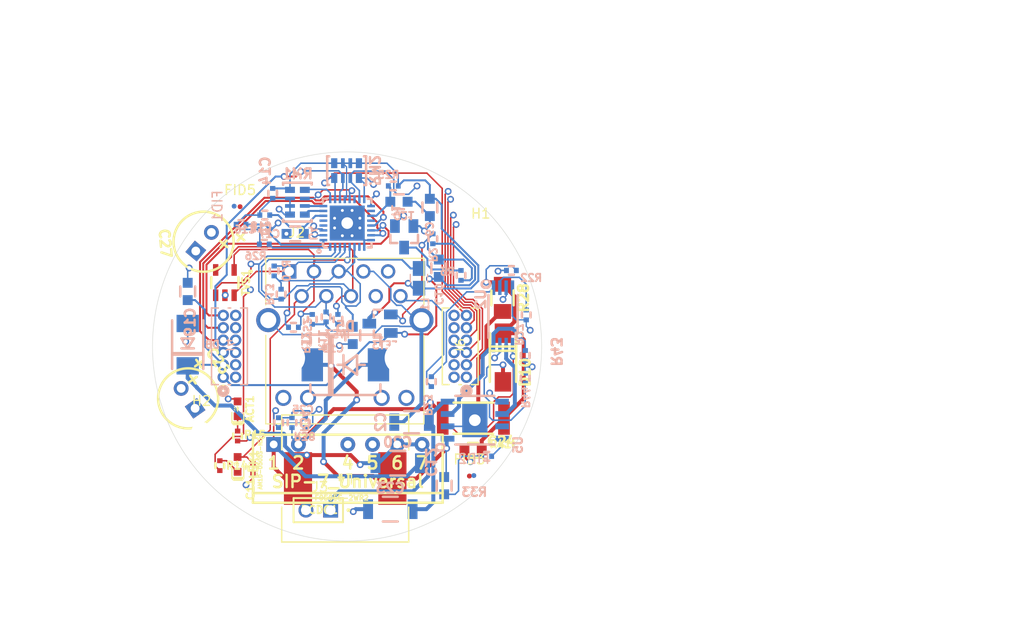
<source format=kicad_pcb>
(kicad_pcb (version 20221018) (generator pcbnew)
  (title_block (title "ESP32-PoE-ISO") (date "2022-07-28") (rev "K") (company "OLIMEX Ltd.") (comment 1 "https://www.olimex.com"))
  (layers (0 "F.Cu" signal) (1 "In1.Cu" power) (2 "In2.Cu" power) (31 "B.Cu" signal) (34 "B.Paste" user) (35 "F.Paste" user) (36 "B.SilkS" user "B.Silkscreen") (37 "F.SilkS" user "F.Silkscreen") (38 "B.Mask" user) (39 "F.Mask" user) (44 "Edge.Cuts" user))
  (net 0 "")
  (net 1 "GND")
  (net 2 "Net-(ACT1-K)")
  (net 3 "Net-(ACT1-A)")
  (net 4 "+3V3")
  (net 5 "Net-(D5-K)")
  (net 6 "Net-(U4-VDDCR)")
  (net 7 "Net-(U4-NRST)")
  (net 8 "Net-(U5-FB)")
  (net 9 "Earth")
  (net 10 "+5VP")
  (net 11 "Spare1")
  (net 12 "Spare2")
  (net 13 "+3.3VLAN")
  (net 18 "Net-(C10-Pad2)")
  (net 19 "/TD+")
  (net 20 "/TD-")
  (net 21 "/RD+")
  (net 22 "/RD-")
  (net 23 "/Shield")
  (net 25 "Net-(C12-Pad2)")
  (net 26 "/5V_DCDC")
  (net 27 "/ILIM")
  (net 28 "Net-(LNK1-K)")
  (net 29 "Net-(T1-C)")
  (net 30 "Net-(U4-LED2{slash}NINTSEL)")
  (net 31 "Net-(U2-DET)")
  (net 32 "Net-(U2-ILIM)")
  (net 33 "Net-(U4-RBIAS)")
  (net 34 "Net-(U2-CLASS)")
  (net 35 "Net-(U5-BS)")
  (net 36 "Net-(U2-NC{slash}UVLO)")
  (net 37 "Net-(U4-RXER{slash}RXD4{slash}PHYAD0)")
  (net 38 "Net-(U4-RXD3{slash}PHYAD2)")
  (net 39 "Net-(U4-RXD2{slash}RMIISEL)")
  (net 40 "Net-(U4-RXCLK{slash}PHYAD1)")
  (net 41 "/GPIO27{slash}EMAC_RX_CRS_DV")
  (net 42 "/GPIO25{slash}EMAC_RXD0(RMII)")
  (net 43 "/GPIO18{slash}MDIO(RMII)")
  (net 44 "/GPIO26{slash}EMAC_RXD1(RMII)")
  (net 45 "/GPIO12{slash}PHY_PWR")
  (net 46 "Net-(U2-PG)")
  (net 48 "/GPIO22{slash}EMAC_TXD1(RMII)")
  (net 49 "/GPIO19{slash}EMAC_TXD0(RMII)")
  (net 50 "/GPIO21{slash}EMAC_TX_EN(RMII)")
  (net 53 "/GPIO23{slash}MDC(RMII)")
  (net 55 "/GPIO17{slash}EMAC_CLK_OUT_180")
  (net 58 "Net-(J2-RCT)")
  (footprint "OLIMEX_RLC-FP:C_0402_5MIL_DWS" (layer "F.Cu") (at 104.6988 153.3144 -90)
    (fp_text reference "C11")
    (fp_text value "100nF/16V/10%/X7R/C0402")
  )
  (footprint "OLIMEX_RLC-FP:R_0402_5MIL_DWS" (layer "F.Cu") (at 101.2952 153.0604 -90)
    (fp_text reference "R14")
    (fp_text value "2.2k/R0402")
  )
  (footprint "OLIMEX_LEDs-FP:LED_0603_KA" (layer "F.Cu") (at 103.124 152.9334 90)
    (fp_text reference "LNK1")
    (fp_text value "LED/GREEN/0603")
  )
  (footprint "OLIMEX_RLC-FP:R_0402_5MIL_DWS" (layer "F.Cu") (at 103.124 150.0124 -90)
    (fp_text reference "R15")
    (fp_text value "2.2k/R0402")
  )
  (footprint "OLIMEX_LEDs-FP:LED_0603_KA" (layer "F.Cu") (at 103.124 147.2184 90)
    (fp_text reference "ACT1")
    (fp_text value "LED/YELLOW/0603")
  )
  (footprint "OLIMEX_Regulators-FP:SIP-7_Universal" (layer "F.Cu") (at 114.4524 150.876)
    (fp_text reference "DCDC1")
    (fp_text value "F0505S-2WR2(SIP-7)")
  )
  (footprint "OLIMEX_RLC-FP:CPOL-RM2.5mm_6.3x11mm_PTH" (layer "F.Cu") (at 99.628115 130.040356 -130)
    (fp_text reference "C27")
    (fp_text value "15uF/100V/20%/RM2.5/6.3x11mm(Farnell:1281844)")
  )
  (footprint "OLIMEX_Diodes-FP:SOT-23-5" (layer "F.Cu") (at 101.8184 134.2436 -90)
    (fp_text reference "TVS1")
    (fp_text value "ESDS314DBVR(SOT-23-5)")
  )
  (footprint "OLIMEX_RLC-FP:R_1206_5MIL_DWS" (layer "F.Cu") (at 130.3528 135.8138 90)
    (fp_text reference "R28")
    (fp_text value "0.03R/1%/R1206")
  )
  (footprint "SRR1240-330M:IND_BOURNS_SRR1240" (layer "F.Cu") (at 114.1824 154.3812 180)
    (fp_text reference "L4")
    (fp_text value "33uH/2.1A/DCR=0.1R/20%/DBS135(PD3316MT330)")
  )
  (footprint "OLIMEX_RLC-FP:CPOL-RM2.5mm_6.3x11mm_PTH" (layer "F.Cu") (at 98.038229 146.14366 -55)
    (fp_text reference "C26")
    (fp_text value "470uF/10V/20%/Low_ESR/RM2.5/6.0x11mm")
  )
  (footprint "OLIMEX_RLC-FP:C_0603_5MIL_DWS" (layer "F.Cu") (at 127.3302 151.4856 180)
    (fp_text reference "C24")
    (fp_text value "100nF/100V/10%/X7R/C0603")
  )
  (footprint "OLIMEX_Diodes-FP:SMA-KA" (layer "F.Cu") (at 130.4036 141.946 -90)
    (fp_text reference "D10")
    (fp_text value "SMAJ58A/SMA")
  )
  (footprint "OLIMEX_RLC-FP:R_2512_MM_DWS" (layer "F.Cu") (at 127.3552 148.1836 180)
    (fp_text reference "R41")
    (fp_text value "4.7k/R2512")
  )
  (footprint "SI-46020-F:BEL_SI-46020-F" (layer "F.Cu") (at 114.1476 141.986)
    (fp_text reference "J2")
    (fp_text value "SI-46020-F")
  )
  (footprint "HMTSW-102-X-X-S-X:SAMTEC_HMTSW-102-X-X-S-X" (layer "F.Cu") (at 111.4159 157.6324)
    (fp_text reference "J3")
    (fp_text value "HMTSW-102-X-X-S-X")
  )
  (footprint "MountingHole:MountingHole_2.1mm" (layer "F.Cu") (at 99.4156 149.606)
    (fp_text reference "H2")
    (fp_text value "MountingHole")
  )
  (footprint "Fiducial:Fiducial_0.5mm_Mask1.5mm" (layer "F.Cu") (at 126.9492 154.1272)
    (fp_text reference "FID3")
    (fp_text value "Fiducial")
  )
  (footprint "20021111-00012T4LF:CONN_20021111-XX012XXLF_AMP" (layer "F.Cu") (at 126.6444 143.9672 90)
    (fp_text reference "J6")
    (fp_text value "20021111-00012T4LF")
  )
  (footprint "MountingHole:MountingHole_2.1mm" (layer "F.Cu") (at 128.1176 130.3528)
    (fp_text reference "H1")
    (fp_text value "MountingHole")
  )
  (footprint "Fiducial:Fiducial_0.5mm_Mask1.5mm" (layer "F.Cu") (at 103.378 126.4412)
    (fp_text reference "FID5")
    (fp_text value "Fiducial")
  )
  (footprint "OLIMEX_RLC-FP:C_0603_5MIL_DWS" (layer "B.Cu") (at 97.9932 135.1534 90)
    (fp_text reference "C19")
    (fp_text value "22uF/6.3V/20%/X5R/C0603")
  )
  (footprint "Fiducial:Fiducial_0.5mm_Mask1.5mm" (layer "B.Cu") (at 102.7684 126.3904 -90)
    (fp_text reference "FID1")
    (fp_text value "Fiducial")
  )
  (footprint "OLIMEX_RLC-FP:C_1206_5MIL_DWS_ISO" (layer "B.Cu") (at 121.0056 148.59 180)
    (fp_text reference "C2")
    (fp_text value "1nF/2000V/10%/X7R/C1206")
  )
  (footprint "OLIMEX_RLC-FP:C_1808(4520)_5MIL_DWS_ISO" (layer "B.Cu") (at 119.5832 152.8064)
    (fp_text reference "C20")
    (fp_text value "1.0nF/3kV/10%/X7R/SMD/1808(VISHAY-VJ1808Y102KBHAT4X_Farnell-2407291)")
  )
  (footprint "OLIMEX_RLC-FP:C_1808(4520)_5MIL_DWS_ISO" (layer "B.Cu") (at 118.8212 157.5308)
    (fp_text reference "C23")
    (fp_text value "1.0nF/3kV/10%/X7R/SMD/1808(VISHAY-VJ1808Y102KBHAT4X_Farnell-2407291)")
  )
  (footprint "OLIMEX_RLC-FP:R_0402_5MIL_DWS" (layer "B.Cu") (at 126.0856 133.5024 90)
    (fp_text reference "R3")
    (fp_text value "1k/R0402")
  )
  (footprint "OLIMEX_RLC-FP:C_0603_5MIL_DWS" (layer "B.Cu") (at 123.7996 132.7658 90)
    (fp_text reference "C10")
    (fp_text value "22uF/6.3V/20%/X5R/C0603")
  )
  (footprint "OLIMEX_RLC-FP:C_0402_5MIL_DWS" (layer "B.Cu") (at 105.918 127.3048 180)
    (fp_text reference "C18")
    (fp_text value "100nF/16V/10%/X7R/C0402")
  )
  (footprint "OLIMEX_RLC-FP:C_0603_5MIL_DWS" (layer "B.Cu") (at 119.7102 125.9332 180)
    (fp_text reference "C21")
    (fp_text value "NA(10uF/6.3V/20%/X5R/C0603)")
  )
  (footprint "OLIMEX_RLC-FP:C_0603_5MIL_DWS" (layer "B.Cu") (at 109.0422 129.2352 180)
    (fp_text reference "C17")
    (fp_text value "2.2uF/6.3V/10%/X5R/C0603")
  )
  (footprint "OLIMEX_RLC-FP:L_0805_5MIL_DWS" (layer "B.Cu") (at 121.7676 133.8072 90)
    (fp_text reference "L1")
    (fp_text value "FB0805/600R/2A")
  )
  (footprint "OLIMEX_IC-FP:QFN32_EP(33)_5.00x5.00x0.90mm_Pitch_0.50mm" (layer "B.Cu") (at 114.391924 128.127277 90)
    (fp_text reference "U4")
    (fp_text value "LAN8710A-EZC(QFN32)")
  )
  (footprint "OLIMEX_Transistors-FP:SOT23" (layer "B.Cu") (at 120.2436 129.54 90)
    (fp_text reference "T1")
    (fp_text value "LMUN2211LT1G(SOT-23)")
  )
  (footprint "OLIMEX_RLC-FP:R_0402_5MIL_DWS" (layer "B.Cu") (at 110.7948 138.0236 90)
    (fp_text reference "R12")
    (fp_text value "49.9R/1%/R0402")
  )
  (footprint "OLIMEX_RLC-FP:R_0402_5MIL_DWS" (layer "B.Cu") (at 123.19 129.7432 90)
    (fp_text reference "R2")
    (fp_text value "10k/R0402")
  )
  (footprint "OLIMEX_RLC-FP:C_0603_5MIL_DWS" (layer "B.Cu") (at 122.8852 126.5174 -90)
    (fp_text reference "C9")
    (fp_text value "22uF/6.3V/20%/X5R/C0603")
  )
  (footprint "OLIMEX_Transistors-FP:SOT23" (layer "B.Cu") (at 117.76456 138.46556)
    (fp_text reference "FET3")
    (fp_text value "WPM2015-3/TR")
  )
  (footprint "OLIMEX_RLC-FP:R_0402_5MIL_DWS" (layer "B.Cu") (at 119.126 124.3076)
    (fp_text reference "R25")
    (fp_text value "10k/R0402")
  )
  (footprint "OLIMEX_RLC-FP:C_0402_5MIL_DWS" (layer "B.Cu") (at 105.918 128.778 180)
    (fp_text reference "C16")
    (fp_text value "100nF/16V/10%/X7R/C0402")
  )
  (footprint "OLIMEX_RLC-FP:R_0402_5MIL_DWS" (layer "B.Cu") (at 105.8672 130.302 180)
    (fp_text reference "R26")
    (fp_text value "12.1k/1%/R0402")
  )
  (footprint "OLIMEX_RLC-FP:C_0603_5MIL_DWS" (layer "B.Cu") (at 114.9604 139.6746 -90)
    (fp_text reference "C13")
    (fp_text value "22uF/6.3V/20%/X5R/C0603")
  )
  (footprint "OLIMEX_RLC-FP:R_0402_5MIL_DWS" (layer "B.Cu") (at 112.2172 137.7696 90)
    (fp_text reference "R11")
    (fp_text value "49.9R/1%/R0402")
  )
  (footprint "OLIMEX_RLC-FP:R_0402_5MIL_DWS" (layer "B.Cu") (at 107.5944 135.4328 -90)
    (fp_text reference "R10")
    (fp_text value "49.9R/1%/R0402")
  )
  (footprint "OLIMEX_Diodes-FP:D_0402_5MIL_DWS" (layer "B.Cu") (at 108.8644 138.8364 180)
    (fp_text reference "TVS2")
    (fp_text value "NA(GG0402052R542P)")
  )
  (footprint "OLIMEX_Diodes-FP:D_0402_5MIL_DWS" (layer "B.Cu") (at 113.4364 138.0236 -90)
    (fp_text reference "TVS3")
    (fp_text value "NA(GG0402052R542P)")
  )
  (footprint "OLIMEX_RLC-FP:R_MATRIX_4" (layer "B.Cu") (at 114.3254 122.7328)
    (fp_text reference "RM2")
    (fp_text value "RA1206_(4X0603)_4B8_2.2k")
  )
  (footprint "OLIMEX_RLC-FP:R_0402_5MIL_DWS" (layer "B.Cu") (at 106.8832 133.0452 90)
    (fp_text reference "R13")
    (fp_text value "49.9R/1%/R0402")
  )
  (footprint "OLIMEX_RLC-FP:C_0402_5MIL_DWS" (layer "B.Cu") (at 103.4796 128.27 180)
    (fp_text reference "C15")
    (fp_text value "100nF/16V/10%/X7R/C0402")
  )
  (footprint "OLIMEX_Diodes-FP:DO214AA_1(K)-2(A)" (layer "B.Cu") (at 97.9932 140.6218 90)
    (fp_text reference "D8")
    (fp_text value "NA(SMBJ6.0A)")
  )
  (footprint "OLIMEX_RLC-FP:C_0402_5MIL_DWS" (layer "B.Cu") (at 110.0836 148.6408 -90)
    (fp_text reference "C25")
    (fp_text value "12pF/50V/5%/COG/C0402")
  )
  (footprint "OLIMEX_RLC-FP:R_0402_5MIL_DWS" (layer "B.Cu") (at 131.2672 132.9944 180)
    (fp_text reference "R22")
    (fp_text value "24.9k/1%/R0402")
  )
  (footprint "OLIMEX_RLC-FP:R_0402_5MIL_DWS" (layer "B.Cu") (at 123.0376 144.4244 -90)
    (fp_text reference "R23")
    (fp_text value "180k/1%/R0402")
  )
  (footprint "OLIMEX_RLC-FP:R_0402_5MIL_DWS" (layer "B.Cu") (at 132.7912 137.5664 90)
    (fp_text reference "R27")
    (fp_text value "4.42k/1%/1/16W/R0402")
  )
  (footprint "OLIMEX_IC-FP:TSSOP-8_Pitch-0.65mm_Dimensions-4.40x3.00x1.20mm" (layer "B.Cu") (at 130.4036 137.7188 -90)
    (fp_text reference "U2")
    (fp_text value "TPS2376PW(TSSOP-8)")
  )
  (footprint "OLIMEX_RLC-FP:C_0402_5MIL_DWS" (layer "B.Cu") (at 106.7308 125.0696 -90)
    (fp_text reference "C14")
    (fp_text value "100nF/16V/10%/X7R/C0402")
  )
  (footprint "OLIMEX_RLC-FP:R_MATRIX_4" (layer "B.Cu") (at 109.2708 125.984 90)
    (fp_text reference "RM1")
    (fp_text value "RA1206_(4X0603)_4B8_2.2k")
  )
  (footprint "OLIMEX_RLC-FP:C_0603_5MIL_DWS" (layer "B.Cu") (at 124.3584 155.1178 -90)
    (fp_text reference "C12")
    (fp_text value "100nF/100V/10%/X7R/C0603")
  )
  (footprint "OLIMEX_RLC-FP:R_0402_5MIL_DWS" (layer "B.Cu") (at 128.7272 152.0952 180)
    (fp_text reference "R33")
    (fp_text value "4.7R/R0402")
  )
  (footprint "OLIMEX_Diodes-FP:DO214AB(SMC)_1(K)-2(A)" (layer "B.Cu") (at 114.202 142.6972)
    (fp_text reference "D5")
    (fp_text value "SS510/100V/5A/0.85V/DO214AB(SMC)")
  )
  (footprint "OLIMEX_RLC-FP:R_0402_5MIL_DWS" (layer "B.Cu") (at 107.3404 148.6408 90)
    (fp_text reference "R38")
    (fp_text value "56.2k/1%/R0402")
  )
  (footprint "OLIMEX_Regulators-FP:ESOIC-8" (layer "B.Cu") (at 127.508 148.3868 90)
    (fp_text reference "U5")
    (fp_text value "TX4138(ESOIC-8)")
  )
  (footprint "OLIMEX_RLC-FP:R_0402_5MIL_DWS" (layer "B.Cu") (at 108.712 148.6408 -90)
    (fp_text reference "R34")
    (fp_text value "10.5k/1%/R0402")
  )
  (footprint "OLIMEX_RLC-FP:R_0402_5MIL_DWS" (layer "B.Cu") (at 132.6896 144.0688 -90)
    (fp_text reference "R44")
    (fp_text value "10k/R0402")
  )
  (footprint "OLIMEX_RLC-FP:R_0402_5MIL_DWS" (layer "B.Cu") (at 132.6896 141.732 -90)
    (fp_text reference "R43")
    (fp_text value "130k/R0402")
  )
  (footprint "Fiducial:Fiducial_0.5mm_Mask1.5mm" (layer "B.Cu") (at 127.4064 154.0764 180)
    (fp_text reference "FID2")
    (fp_text value "Fiducial")
  )
  (footprint "20021111-00012T4LF:CONN_20021111-XX012XXLF_AMP" (layer "B.Cu") (at 101.6508 143.9672 90)
    (fp_text reference "J4")
    (fp_text value "20021111-00012T4LF")
  )
  (gr_circle (center 114.3766 140.8108) (end 134.3766 140.8108) (stroke (width 0.05)) (fill none) (layer "Edge.Cuts"))
  (segment (start 104.0384 150.5204) (end 104.394 150.1648) (width 0.15748) (layer "F.Cu") (net 1))
  (segment (start 104.6988 154.3304) (end 103.9876 155.0416) (width 0.15748) (layer "F.Cu") (net 1))
  (segment (start 101.8448 135.5436) (end 101.854 135.5344) (width 0.127) (layer "F.Cu") (net 1))
  (segment (start 104.6988 153.8224) (end 104.6988 154.3304) (width 0.15748) (layer "F.Cu") (net 1))
  (segment (start 101.8184 135.5436) (end 101.8448 135.5436) (width 0.127) (layer "F.Cu") (net 1))
  (segment (start 103.124 150.5204) (end 104.0384 150.5204) (width 0.15748) (layer "F.Cu") (net 1))
  (via (at 101.854 135.5344) (size 0.7) (drill 0.4) (layers "F.Cu" "B.Cu") (net 1))
  (via (at 108.141076 129.223076) (size 0.7) (drill 0.4) (layers "F.Cu" "B.Cu") (net 1))
  (via (at 104.394 150.1648) (size 0.7) (drill 0.4) (layers "F.Cu" "B.Cu") (net 1))
  (via (at 98.1456 132.7404) (size 0.7) (drill 0.4) (layers "F.Cu" "B.Cu") (net 1))
  (via (at 122.3264 128.9304) (size 0.7) (drill 0.4) (layers "F.Cu" "B.Cu") (net 1))
  (via (at 103.9876 155.0416) (size 0.7) (drill 0.4) (layers "F.Cu" "B.Cu") (net 1))
  (via (at 107.3912 126.6952) (size 0.7) (drill 0.4) (layers "F.Cu" "B.Cu") (net 1))
  (via (at 115.0112 157.7848) (size 0.7) (drill 0.4) (layers "F.Cu" "B.Cu") (net 1))
  (via (at 113.5888 140.716) (size 0.7) (drill 0.4) (layers "F.Cu" "B.Cu") (net 1))
  (via (at 97.79 140.3096) (size 0.7) (drill 0.4) (layers "F.Cu" "B.Cu") (net 1))
  (segment (start 113.7412 140.5636) (end 113.5888 140.716) (width 0.15748) (layer "B.Cu") (net 1))
  (segment (start 122.8852 127.4064) (end 122.8852 128.3716) (width 0.2032) (layer "B.Cu") (net 1))
  (segment (start 102.9716 128.27) (end 103.4796 128.778) (width 0.15748) (layer "B.Cu") (net 1))
  (segment (start 122.8852 128.3716) (end 122.3264 128.9304) (width 0.2032) (layer "B.Cu") (net 1))
  (segment (start 116.841924 129.877277) (end 116.141924 129.877277) (width 0.15748) (layer "B.Cu") (net 1))
  (segment (start 116.141924 129.877277) (end 114.391924 128.127277) (width 0.2032) (layer "B.Cu") (net 1))
  (segment (start 106.7562 125.603) (end 106.7308 125.5776) (width 0.15748) (layer "B.Cu") (net 1))
  (segment (start 121.412 125.9332) (end 122.8852 127.4064) (width 0.2032) (layer "B.Cu") (net 1))
  (segment (start 115.2652 157.5308) (end 115.0112 157.7848) (width 0.4064) (layer "B.Cu") (net 1))
  (segment (start 97.9932 132.8928) (end 98.1456 132.7404) (width 0.15748) (layer "B.Cu") (net 1))
  (segment (start 105.41 130.2512) (end 105.3592 130.302) (width 0.15748) (layer "B.Cu") (net 1))
  (segment (start 105.41 128.778) (end 105.41 130.2512) (width 0.15748) (layer "B.Cu") (net 1))
  (segment (start 105.41 127.3048) (end 105.41 126.8984) (width 0.15748) (layer "B.Cu") (net 1))
  (segment (start 108.5088 125.603) (end 106.7562 125.603) (width 0.15748) (layer "B.Cu") (net 1))
  (segment (start 103.4796 128.778) (end 105.41 128.778) (width 0.15748) (layer "B.Cu") (net 1))
  (segment (start 121.82856 128.43256) (end 122.3264 128.9304) (width 0.2032) (layer "B.Cu") (net 1))
  (segment (start 97.9932 138.4448) (end 97.9932 140.1064) (width 0.15748) (layer "B.Cu") (net 1))
  (segment (start 120.5992 125.9332) (end 121.412 125.9332) (width 0.2032) (layer "B.Cu") (net 1))
  (segment (start 108.141076 129.223076) (end 108.1532 129.2352) (width 0.2032) (layer "B.Cu") (net 1))
  (segment (start 97.9932 140.1064) (end 97.79 140.3096) (width 0.15748) (layer "B.Cu") (net 1))
  (segment (start 103.9368 127.3048) (end 102.9716 128.27) (width 0.15748) (layer "B.Cu") (net 1))
  (segment (start 116.5352 157.5308) (end 115.2652 157.5308) (width 0.4064) (layer "B.Cu") (net 1))
  (segment (start 108.5088 127.254) (end 108.5088 126.365) (width 0.15748) (layer "B.Cu") (net 1))
  (segment (start 121.1961 128.43256) (end 121.82856 128.43256) (width 0.2032) (layer "B.Cu") (net 1))
  (segment (start 116.141924 130.577277) (end 116.141924 129.877277) (width 0.2032) (layer "B.Cu") (net 1))
  (segment (start 105.41 127.3048) (end 103.9368 127.3048) (width 0.15748) (layer "B.Cu") (net 1))
  (segment (start 114.9604 140.5636) (end 113.7412 140.5636) (width 0.15748) (layer "B.Cu") (net 1))
  (segment (start 107.95 127.254) (end 107.3912 126.6952) (width 0.15748) (layer "B.Cu") (net 1))
  (segment (start 105.41 126.8984) (end 106.7308 125.5776) (width 0.15748) (layer "B.Cu") (net 1))
  (segment (start 108.5088 127.254) (end 107.95 127.254) (width 0.15748) (layer "B.Cu") (net 1))
  (segment (start 97.9932 134.2644) (end 97.9932 132.8928) (width 0.15748) (layer "B.Cu") (net 1))
  (segment (start 108.5088 125.603) (end 108.5088 126.365) (width 0.15748) (layer "B.Cu") (net 1))
  (segment (start 103.124 149.5044) (end 103.124 147.9804) (width 0.15748) (layer "F.Cu") (net 2))
  (segment (start 102.87 146.2024) (end 103.124 146.4564) (width 0.15748) (layer "F.Cu") (net 3))
  (segment (start 102.1588 146.2024) (end 102.87 146.2024) (width 0.15748) (layer "F.Cu") (net 3))
  (via (at 102.1588 146.2024) (size 0.7) (drill 0.4) (layers "F.Cu" "B.Cu") (net 3))
  (via (at 110.9472 128.4224) (size 0.7) (drill 0.4) (layers "F.Cu" "B.Cu") (net 3))
  (segment (start 111.941924 128.877277) (end 111.794907 128.73026) (width 0.15748) (layer "B.Cu") (net 3))
  (segment (start 111.25506 128.73026) (end 110.9472 128.4224) (width 0.15748) (layer "B.Cu") (net 3))
  (segment (start 111.794907 128.73026) (end 111.25506 128.73026) (width 0.15748) (layer "B.Cu") (net 3))
  (segment (start 123.5456 134.5692) (end 122.8344 133.858) (width 0.2032) (layer "F.Cu") (net 4))
  (segment (start 120.2944 139.5476) (end 120.3129 139.5661) (width 0.2032) (layer "F.Cu") (net 4))
  (segment (start 122.6635 139.5661) (end 123.5456 138.684) (width 0.2032) (layer "F.Cu") (net 4))
  (segment (start 123.5456 138.684) (end 123.5456 134.5692) (width 0.2032) (layer "F.Cu") (net 4))
  (segment (start 120.3129 139.5661) (end 122.6635 139.5661) (width 0.2032) (layer "F.Cu") (net 4))
  (via (at 120.2944 139.5476) (size 0.7) (drill 0.4) (layers "F.Cu" "B.Cu") (net 4))
  (via (at 122.8344 133.858) (size 0.7) (drill 0.4) (layers "F.Cu" "B.Cu") (net 4))
  (segment (start 124.6632 134.5184) (end 123.7996 133.6548) (width 0.2032) (layer "B.Cu") (net 4))
  (segment (start 116.6876 140.3604) (end 117.92966 140.3604) (width 0.2032) (layer "B.Cu") (net 4))
  (segment (start 118.872 139.41806) (end 120.16486 139.41806) (width 0.2032) (layer "B.Cu") (net 4))
  (segment (start 102.4636 144.78) (end 112.268 144.78) (width 0.2032) (layer "B.Cu") (net 4))
  (segment (start 126.958974 134.5184) (end 124.6632 134.5184) (width 0.2032) (layer "B.Cu") (net 4))
  (segment (start 123.5964 133.858) (end 123.7996 133.6548) (width 0.2032) (layer "B.Cu") (net 4))
  (segment (start 125.180973 130.2512) (end 127.5334 132.603627) (width 0.2032) (layer "B.Cu") (net 4))
  (segment (start 127.5334 133.943974) (end 126.958974 134.5184) (width 0.2032) (layer "B.Cu") (net 4))
  (segment (start 120.16486 139.41806) (end 120.2944 139.5476) (width 0.2032) (layer "B.Cu") (net 4))
  (segment (start 127.5334 132.603627) (end 127.5334 133.943974) (width 0.2032) (layer "B.Cu") (net 4))
  (segment (start 117.92966 140.3604) (end 118.872 139.41806) (width 0.2032) (layer "B.Cu") (net 4))
  (segment (start 101.6508 143.9672) (end 102.4636 144.78) (width 0.2032) (layer "B.Cu") (net 4))
  (segment (start 123.19 130.2512) (end 125.180973 130.2512) (width 0.2032) (layer "B.Cu") (net 4))
  (segment (start 122.8344 133.858) (end 123.5964 133.858) (width 0.2032) (layer "B.Cu") (net 4))
  (segment (start 112.268 144.78) (end 116.6876 140.3604) (width 0.2032) (layer "B.Cu") (net 4))
  (segment (start 115.3668 145.4404) (end 115.3668 146.304) (width 0.4064) (layer "F.Cu") (net 5))
  (segment (start 112.7252 142.7988) (end 115.3668 145.4404) (width 0.4064) (layer "F.Cu") (net 5))
  (segment (start 111.9632 152.654) (end 113.4364 154.1272) (width 0.4064) (layer "F.Cu") (net 5))
  (segment (start 113.4364 154.1272) (end 117.0432 154.1272) (width 0.4064) (layer "F.Cu") (net 5))
  (segment (start 117.2972 154.3812) (end 119.5324 154.3812) (width 0.4064) (layer "F.Cu") (net 5))
  (segment (start 119.0338 154.3812) (end 121.5136 154.3812) (width 0.4064) (layer "F.Cu") (net 5))
  (segment (start 121.5136 154.3812) (end 124.6124 151.2824) (width 0.4064) (layer "F.Cu") (net 5))
  (segment (start 117.0432 154.1272) (end 117.2972 154.3812) (width 0.4064) (layer "F.Cu") (net 5))
  (via (at 115.3668 146.304) (size 0.7) (drill 0.4) (layers "F.Cu" "B.Cu") (net 5))
  (via (at 112.7252 142.7988) (size 0.7) (drill 0.4) (layers "F.Cu" "B.Cu") (net 5))
  (via (at 111.9632 152.654) (size 0.7) (drill 0.4) (layers "F.Cu" "B.Cu") (net 5))
  (via (at 124.6124 151.2824) (size 0.7) (drill 0.4) (layers "F.Cu" "B.Cu") (net 5))
  (segment (start 124.5616 154.0256) (end 124.5616 151.3332) (width 0.15748) (layer "B.Cu") (net 5))
  (segment (start 124.6124 151.2824) (end 124.6124 150.3874) (width 0.4064) (layer "B.Cu") (net 5))
  (segment (start 111.9632 152.654) (end 111.9632 149.7076) (width 0.4064) (layer "B.Cu") (net 5))
  (segment (start 124.6124 150.3874) (end 124.708 150.2918) (width 0.4064) (layer "B.Cu") (net 5))
  (segment (start 124.5616 151.3332) (end 124.6124 151.2824) (width 0.15748) (layer "B.Cu") (net 5))
  (segment (start 124.3584 154.2288) (end 124.5616 154.0256) (width 0.15748) (layer "B.Cu") (net 5))
  (segment (start 111.9632 149.7076) (end 115.3668 146.304) (width 0.4064) (layer "B.Cu") (net 5))
  (segment (start 110.802 142.6972) (end 112.6236 142.6972) (width 0.4064) (layer "B.Cu") (net 5))
  (segment (start 112.6236 142.6972) (end 112.7252 142.7988) (width 0.4064) (layer "B.Cu") (net 5))
  (segment (start 108.458 128.4986) (end 109.855 128.4986) (width 0.2032) (layer "B.Cu") (net 6))
  (segment (start 109.855 128.4986) (end 109.9312 128.5748) (width 0.2032) (layer "B.Cu") (net 6))
  (segment (start 106.426 127.3048) (end 107.294564 127.3048) (width 0.2032) (layer "B.Cu") (net 6))
  (segment (start 107.8682 127.9088) (end 108.458 128.4986) (width 0.2032) (layer "B.Cu") (net 6))
  (segment (start 109.9312 128.5748) (end 109.9312 129.2352) (width 0.2032) (layer "B.Cu") (net 6))
  (segment (start 111.941924 127.377277) (end 111.128723 127.377277) (width 0.2032) (layer "B.Cu") (net 6))
  (segment (start 107.8682 127.878436) (end 107.8682 127.9088) (width 0.2032) (layer "B.Cu") (net 6))
  (segment (start 107.294564 127.3048) (end 107.8682 127.878436) (width 0.2032) (layer "B.Cu") (net 6))
  (segment (start 111.128723 127.377277) (end 109.9312 128.5748) (width 0.2032) (layer "B.Cu") (net 6))
  (segment (start 116.841924 127.377277) (end 117.377123 127.377277) (width 0.2032) (layer "B.Cu") (net 7))
  (segment (start 118.8212 125.9332) (end 118.8212 124.5108) (width 0.2032) (layer "B.Cu") (net 7))
  (segment (start 118.8212 124.5108) (end 118.618 124.3076) (width 0.2032) (layer "B.Cu") (net 7))
  (segment (start 117.377123 127.377277) (end 118.8212 125.9332) (width 0.2032) (layer "B.Cu") (net 7))
  (via (at 111.506 147.2692) (size 0.7) (drill 0.4) (layers "F.Cu" "B.Cu") (net 8))
  (via (at 129.032 145.5928) (size 0.7) (drill 0.4) (layers "F.Cu" "B.Cu") (net 8))
  (segment (start 107.3404 148.1328) (end 108.712 148.1328) (width 0.15748) (layer "B.Cu") (net 8))
  (segment (start 110.8456 147.7772) (end 110.49 147.4216) (width 0.15748) (layer "B.Cu") (net 8))
  (segment (start 110.8456 148.844) (end 110.8456 147.7772) (width 0.15748) (layer "B.Cu") (net 8))
  (segment (start 110.8456 147.7772) (end 111.3536 147.2692) (width 0.15748) (layer "B.Cu") (net 8))
  (segment (start 108.712 147.6248) (end 108.712 148.1328) (width 0.15748) (layer "B.Cu") (net 8))
  (segment (start 110.5408 149.1488) (end 110.8456 148.844) (width 0.15748) (layer "B.Cu") (net 8))
  (segment (start 108.9152 147.4216) (end 108.712 147.6248) (width 0.15748) (layer "B.Cu") (net 8))
  (segment (start 110.0836 149.1488) (end 110.5408 149.1488) (width 0.15748) (layer "B.Cu") (net 8))
  (segment (start 110.49 147.4216) (end 108.9152 147.4216) (width 0.15748) (layer "B.Cu") (net 8))
  (segment (start 111.3536 147.2692) (end 111.506 147.2692) (width 0.15748) (layer "B.Cu") (net 8))
  (segment (start 129.921 146.4818) (end 129.032 145.5928) (width 0.15748) (layer "B.Cu") (net 8))
  (segment (start 130.308 146.4818) (end 129.921 146.4818) (width 0.15748) (layer "B.Cu") (net 8))
  (segment (start 131.11188 145.9992) (end 129.9464 145.9992) (width 0.15748) (layer "F.Cu") (net 9))
  (segment (start 131.45934 141.82975) (end 131.45934 145.65174) (width 0.15748) (layer "F.Cu") (net 9))
  (segment (start 124.2052 148.1836) (end 124.2052 147.8272) (width 0.4064) (layer "F.Cu") (net 9))
  (segment (start 129.4384 148.4884) (end 128.1176 149.8092) (width 0.15748) (layer "F.Cu") (net 9))
  (segment (start 129.4384 146.5072) (end 129.4384 148.4884) (width 0.15748) (layer "F.Cu") (net 9))
  (segment (start 128.1176 149.8092) (end 125.8308 149.8092) (width 0.15748) (layer "F.Cu") (net 9))
  (segment (start 129.9464 145.9992) (end 129.4384 146.5072) (width 0.15748) (layer "F.Cu") (net 9))
  (segment (start 109.3724 150.876) (end 112.9992 147.2492) (width 0.4064) (layer "F.Cu") (net 9))
  (segment (start 112.9992 147.2492) (end 122.2448 147.2492) (width 0.4064) (layer "F.Cu") (net 9))
  (segment (start 124.2052 147.8272) (end 122.936 146.558) (width 0.4064) (layer "F.Cu") (net 9))
  (segment (start 122.2448 147.2492) (end 122.936 146.558) (width 0.4064) (layer "F.Cu") (net 9))
  (segment (start 131.45934 145.65174) (end 131.11188 145.9992) (width 0.15748) (layer "F.Cu") (net 9))
  (segment (start 131.451591 141.822001) (end 131.45934 141.82975) (width 0.15748) (layer "F.Cu") (net 9))
  (segment (start 125.8308 149.8092) (end 124.2052 148.1836) (width 0.15748) (layer "F.Cu") (net 9))
  (via (at 131.451591 141.822001) (size 0.7) (drill 0.4) (layers "F.Cu" "B.Cu") (net 9))
  (via (at 122.936 146.558) (size 0.7) (drill 0.4) (layers "F.Cu" "B.Cu") (net 9))
  (segment (start 112.1862 146.335) (end 112.1862 148.2316) (width 0.4064) (layer "B.Cu") (net 9))
  (segment (start 124.308 146.4818) (end 122.7836 148.0062) (width 0.4064) (layer "B.Cu") (net 9))
  (segment (start 121.1072 157.5308) (end 122.5296 157.5308) (width 0.4064) (layer "B.Cu") (net 9))
  (segment (start 117.602 142.6972) (end 115.824 142.6972) (width 0.4064) (layer "B.Cu") (net 9))
  (segment (start 131.3786 141.74901) (end 131.451591 141.822001) (width 0.15748) (layer "B.Cu") (net 9))
  (segment (start 122.5296 157.5308) (end 123.2408 156.8196) (width 0.4064) (layer "B.Cu") (net 9))
  (segment (start 123.2408 149.0472) (end 122.7836 148.59) (width 0.4064) (layer "B.Cu") (net 9))
  (segment (start 122.7836 148.0062) (end 122.7836 148.59) (width 0.4064) (layer "B.Cu") (net 9))
  (segment (start 108.712 149.1488) (end 108.712 150.2156) (width 0.15748) (layer "B.Cu") (net 9))
  (segment (start 112.1862 148.2316) (end 109.5418 150.876) (width 0.4064) (layer "B.Cu") (net 9))
  (segment (start 122.936 146.558) (end 122.936 148.4376) (width 0.4064) (layer "B.Cu") (net 9))
  (segment (start 131.3786 140.6688) (end 131.3786 141.74901) (width 0.15748) (layer "B.Cu") (net 9))
  (segment (start 109.5418 150.876) (end 109.3724 150.876) (width 0.4064) (layer "B.Cu") (net 9))
  (segment (start 123.2408 156.8196) (end 123.2408 149.0472) (width 0.4064) (layer "B.Cu") (net 9))
  (segment (start 124.708 146.4818) (end 124.308 146.4818) (width 0.4064) (layer "B.Cu") (net 9))
  (segment (start 122.936 148.4376) (end 122.7836 148.59) (width 0.4064) (layer "B.Cu") (net 9))
  (segment (start 108.712 150.2156) (end 109.3724 150.876) (width 0.15748) (layer "B.Cu") (net 9))
  (segment (start 115.824 142.6972) (end 112.1862 146.335) (width 0.4064) (layer "B.Cu") (net 9))
  (segment (start 110.236 151.9738) (end 114.7374 151.9738) (width 0.4064) (layer "F.Cu") (net 10))
  (segment (start 114.7374 151.9738) (end 115.7224 152.9588) (width 0.4064) (layer "F.Cu") (net 10))
  (via (at 110.236 151.9738) (size 0.7) (drill 0.4) (layers "F.Cu" "B.Cu") (net 10))
  (via (at 115.7224 152.9588) (size 0.7) (drill 0.4) (layers "F.Cu" "B.Cu") (net 10))
  (segment (start 101.6508 142.6972) (end 98.0948 142.6972) (width 0.2032) (layer "B.Cu") (net 10))
  (segment (start 107.8738 149.7838) (end 105.341749 149.7838) (width 0.4064) (layer "B.Cu") (net 10))
  (segment (start 99.7564 137.0436) (end 98.7552 136.0424) (width 0.2032) (layer "B.Cu") (net 10))
  (segment (start 99.7564 140.8028) (end 99.7564 137.0436) (width 0.2032) (layer "B.Cu") (net 10))
  (segment (start 105.341749 149.7838) (end 102.440549 146.8826) (width 0.4064) (layer "B.Cu") (net 10))
  (segment (start 112.6859 157.6324) (end 112.6859 156.6049) (width 0.4064) (layer "B.Cu") (net 10))
  (segment (start 122.0724 150.876) (end 119.5324 150.876) (width 0.4064) (layer "B.Cu") (net 10))
  (segment (start 122.7074 151.511) (end 122.7074 154.1526) (width 0.4064) (layer "B.Cu") (net 10))
  (segment (start 122.7074 154.1526) (end 121.158 155.702) (width 0.4064) (layer "B.Cu") (net 10))
  (segment (start 98.7552 136.0424) (end 97.9932 136.0424) (width 0.2032) (layer "B.Cu") (net 10))
  (segment (start 108.0008 149.9108) (end 107.8738 149.7838) (width 0.4064) (layer "B.Cu") (net 10))
  (segment (start 112.6859 156.6049) (end 113.5888 155.702) (width 0.4064) (layer "B.Cu") (net 10))
  (segment (start 108.0008 151.049005) (end 108.0008 149.9108) (width 0.4064) (layer "B.Cu") (net 10))
  (segment (start 102.440549 146.8826) (end 100.7816 146.8826) (width 0.4064) (layer "B.Cu") (net 10))
  (segment (start 100.7816 146.8826) (end 98.9584 145.0594) (width 0.4064) (layer "B.Cu") (net 10))
  (segment (start 117.2972 152.8064) (end 115.8748 152.8064) (width 0.4064) (layer "B.Cu") (net 10))
  (segment (start 117.2972 152.8064) (end 117.602 152.8064) (width 0.4064) (layer "B.Cu") (net 10))
  (segment (start 117.602 152.8064) (end 119.5324 150.876) (width 0.4064) (layer "B.Cu") (net 10))
  (segment (start 110.236 151.9738) (end 108.925595 151.9738) (width 0.4064) (layer "B.Cu") (net 10))
  (segment (start 98.9584 145.034) (end 97.9932 144.0688) (width 0.4064) (layer "B.Cu") (net 10))
  (segment (start 115.8748 152.8064) (end 115.7224 152.9588) (width 0.4064) (layer "B.Cu") (net 10))
  (segment (start 122.0724 150.876) (end 122.7074 151.511) (width 0.4064) (layer "B.Cu") (net 10))
  (segment (start 121.158 155.702) (end 113.5888 155.702) (width 0.4064) (layer "B.Cu") (net 10))
  (segment (start 101.6508 142.6972) (end 99.7564 140.8028) (width 0.2032) (layer "B.Cu") (net 10))
  (segment (start 98.9584 145.0594) (end 98.9584 145.034) (width 0.4064) (layer "B.Cu") (net 10))
  (segment (start 98.0948 142.6972) (end 97.9932 142.7988) (width 0.2032) (layer "B.Cu") (net 10))
  (segment (start 97.9932 144.0688) (end 97.9932 142.7988) (width 0.4064) (layer "B.Cu") (net 10))
  (segment (start 108.925595 151.9738) (end 108.0008 151.049005) (width 0.4064) (layer "B.Cu") (net 10))
  (segment (start 128.6764 134.2136) (end 130.1496 134.2136) (width 0.4064) (layer "F.Cu") (net 11))
  (segment (start 131.572 135.636) (end 130.3528 134.4168) (width 0.4064) (layer "F.Cu") (net 11))
  (segment (start 130.5052 148.1836) (end 128.2192 150.4696) (width 0.4064) (layer "F.Cu") (net 11))
  (segment (start 132.5372 140.1064) (end 132.1308 139.7) (width 0.4064) (layer "F.Cu") (net 11))
  (segment (start 128.2192 150.4696) (end 128.2192 151.4856) (width 0.4064) (layer "F.Cu") (net 11))
  (segment (start 130.4036 139.446) (end 131.8768 139.446) (width 0.4064) (layer "F.Cu") (net 11))
  (segment (start 131.8768 139.446) (end 132.1308 139.7) (width 0.4064) (layer "F.Cu") (net 11))
  (segment (start 131.572 138.2776) (end 131.572 135.636) (width 0.4064) (layer "F.Cu") (net 11))
  (segment (start 130.5052 148.1836) (end 132.5372 146.1516) (width 0.4064) (layer "F.Cu") (net 11))
  (segment (start 130.4036 139.446) (end 131.572 138.2776) (width 0.4064) (layer "F.Cu") (net 11))
  (segment (start 132.5372 146.1516) (end 132.5372 140.1064) (width 0.4064) (layer "F.Cu") (net 11))
  (segment (start 130.1496 134.2136) (end 130.3528 134.4168) (width 0.4064) (layer "F.Cu") (net 11))
  (via (at 128.6764 134.2136) (size 0.7) (drill 0.4) (layers "F.Cu" "B.Cu") (net 11))
  (via (at 132.1308 139.7) (size 0.7) (drill 0.4) (layers "F.Cu" "B.Cu") (net 11))
  (segment (start 131.7752 132.9944) (end 131.29446 132.51366) (width 0.15748) (layer "B.Cu") (net 11))
  (segment (start 125.8778 146.982) (end 125.8778 146.156709) (width 0.4064) (layer "B.Cu") (net 11))
  (segment (start 132.1308 139.7) (end 131.4196 138.9888) (width 0.4064) (layer "B.Cu") (net 11))
  (segment (start 128.6764 132.8928) (end 128.6764 134.2136) (width 0.15748) (layer "B.Cu") (net 11))
  (segment (start 128.3208 141.7766) (end 129.4286 140.6688) (width 0.4064) (layer "B.Cu") (net 11))
  (segment (start 129.05554 132.51366) (end 128.6764 132.8928) (width 0.15748) (layer "B.Cu") (net 11))
  (segment (start 132.6896 140.2588) (end 132.1308 139.7) (width 0.15748) (layer "B.Cu") (net 11))
  (segment (start 124.708 147.7518) (end 125.108 147.7518) (width 0.4064) (layer "B.Cu") (net 11))
  (segment (start 129.4286 139.5066) (end 129.4286 140.6688) (width 0.4064) (layer "B.Cu") (net 11))
  (segment (start 131.4196 138.9888) (end 129.9464 138.9888) (width 0.4064) (layer "B.Cu") (net 11))
  (segment (start 129.9464 138.9888) (end 129.4286 139.5066) (width 0.4064) (layer "B.Cu") (net 11))
  (segment (start 131.29446 132.51366) (end 129.05554 132.51366) (width 0.15748) (layer "B.Cu") (net 11))
  (segment (start 132.6896 141.224) (end 132.6896 140.2588) (width 0.15748) (layer "B.Cu") (net 11))
  (segment (start 125.108 147.7518) (end 125.8778 146.982) (width 0.4064) (layer "B.Cu") (net 11))
  (segment (start 125.8778 146.156709) (end 128.3208 143.713709) (width 0.4064) (layer "B.Cu") (net 11))
  (segment (start 128.3208 143.713709) (end 128.3208 141.7766) (width 0.4064) (layer "B.Cu") (net 11))
  (segment (start 126.4412 152.04084) (end 127.0508 152.65044) (width 0.4064) (layer "F.Cu") (net 12))
  (segment (start 130.4036 142.6972) (end 130.4036 144.446) (width 0.4064) (layer "F.Cu") (net 12))
  (segment (start 126.4412 151.4856) (end 126.4412 152.04084) (width 0.4064) (layer "F.Cu") (net 12))
  (via (at 130.4036 142.6972) (size 0.7) (drill 0.4) (layers "F.Cu" "B.Cu") (net 12))
  (via (at 133.1976 139.1412) (size 0.7) (drill 0.4) (layers "F.Cu" "B.Cu") (net 12))
  (via (at 127.0508 152.65044) (size 0.7) (drill 0.4) (layers "F.Cu" "B.Cu") (net 12))
  (segment (start 131.3786 137.6778) (end 131.3786 134.7688) (width 0.15748) (layer "B.Cu") (net 12))
  (segment (start 131.7752 138.0744) (end 131.3786 137.6778) (width 0.15748) (layer "B.Cu") (net 12))
  (segment (start 132.7912 138.0744) (end 132.7912 138.7348) (width 0.127) (layer "B.Cu") (net 12))
  (segment (start 129.3368 148.3868) (end 129.01374 148.06374) (width 0.15748) (layer "B.Cu") (net 12))
  (segment (start 132.7912 138.7348) (end 133.1976 139.1412) (width 0.127) (layer "B.Cu") (net 12))
  (segment (start 129.01374 146.43106) (end 128.4732 145.89052) (width 0.15748) (layer "B.Cu") (net 12))
  (segment (start 128.729739 143.050261) (end 129.0828 142.6972) (width 0.15748) (layer "B.Cu") (net 12))
  (segment (start 124.29998 141.63802) (end 124.29998 137.30478) (width 0.15748) (layer "B.Cu") (net 12))
  (segment (start 120.3198 136.0932) (end 119.8626 135.636) (width 0.15748) (layer "B.Cu") (net 12))
  (segment (start 128.4732 144.139637) (end 128.729739 143.883098) (width 0.15748) (layer "B.Cu") (net 12))
  (segment (start 122.55686 144.45166) (end 122.55686 143.38114) (width 0.15748) (layer "B.Cu") (net 12))
  (segment (start 123.0884 136.0932) (end 120.3198 136.0932) (width 0.15748) (layer "B.Cu") (net 12))
  (segment (start 122.55686 143.38114) (end 124.29998 141.63802) (width 0.15748) (layer "B.Cu") (net 12))
  (segment (start 129.01374 148.06374) (end 129.01374 146.43106) (width 0.15748) (layer "B.Cu") (net 12))
  (segment (start 132.6896 144.5768) (end 132.6896 146.9136) (width 0.15748) (layer "B.Cu") (net 12))
  (segment (start 132.6896 146.9136) (end 131.2164 148.3868) (width 0.15748) (layer "B.Cu") (net 12))
  (segment (start 129.0828 142.6972) (end 130.4036 142.6972) (width 0.15748) (layer "B.Cu") (net 12))
  (segment (start 123.0376 144.9324) (end 122.55686 144.45166) (width 0.15748) (layer "B.Cu") (net 12))
  (segment (start 124.29998 137.30478) (end 123.0884 136.0932) (width 0.15748) (layer "B.Cu") (net 12))
  (segment (start 128.729739 143.883098) (end 128.729739 143.050261) (width 0.15748) (layer "B.Cu") (net 12))
  (segment (start 132.7912 138.0744) (end 131.7752 138.0744) (width 0.127) (layer "B.Cu") (net 12))
  (segment (start 131.2164 148.3868) (end 129.3368 148.3868) (width 0.15748) (layer "B.Cu") (net 12))
  (segment (start 128.4732 145.89052) (end 128.4732 144.139637) (width 0.15748) (layer "B.Cu") (net 12))
  (segment (start 118.7196 136.1948) (end 117.602 137.3124) (width 0.2032) (layer "F.Cu") (net 13))
  (segment (start 117.602 137.3124) (end 117.2464 137.3124) (width 0.2032) (layer "F.Cu") (net 13))
  (segment (start 118.7196 134.805806) (end 118.7196 136.1948) (width 0.2032) (layer "F.Cu") (net 13))
  (segment (start 120.65 134.3152) (end 119.210206 134.3152) (width 0.2032) (layer "F.Cu") (net 13))
  (segment (start 119.210206 134.3152) (end 118.7196 134.805806) (width 0.2032) (layer "F.Cu") (net 13))
  (via (at 117.2464 137.3124) (size 0.7) (drill 0.4) (layers "F.Cu" "B.Cu") (net 13))
  (via (at 120.65 134.3152) (size 0.7) (drill 0.4) (layers "F.Cu" "B.Cu") (net 13))
  (segment (start 121.7676 134.8232) (end 121.793 134.8486) (width 0.2032) (layer "B.Cu") (net 13))
  (segment (start 122.41176 123.73256) (end 120.20904 123.73256) (width 0.2032) (layer "B.Cu") (net 13))
  (segment (start 121.158 134.8232) (end 120.65 134.3152) (width 0.2032) (layer "B.Cu") (net 13))
  (segment (start 123.4948 125.6284) (end 122.8852 125.6284) (width 0.2032) (layer "B.Cu") (net 13))
  (segment (start 106.7308 124.5616) (end 108.3564 124.5616) (width 0.2032) (layer "B.Cu") (net 13))
  (segment (start 127.8636 132.466853) (end 124.1044 128.707653) (width 0.2032) (layer "B.Cu") (net 13))
  (segment (start 114.141924 125.677277) (end 114.3254 125.493801) (width 0.127) (layer "B.Cu") (net 13))
  (segment (start 114.3254 125.493801) (end 114.3254 122.3518) (width 0.127) (layer "B.Cu") (net 13))
  (segment (start 113.9444 121.9708) (end 114.7064 121.9708) (width 0.15748) (layer "B.Cu") (net 13))
  (segment (start 108.3564 124.5616) (end 108.5088 124.714) (width 0.2032) (layer "B.Cu") (net 13))
  (segment (start 124.1044 128.707653) (end 124.1044 126.238) (width 0.2032) (layer "B.Cu") (net 13))
  (segment (start 115.5954 121.9708) (end 118.4656 121.9708) (width 0.15748) (layer "B.Cu") (net 13))
  (segment (start 113.0554 121.9708) (end 113.9444 121.9708) (width 0.15748) (layer "B.Cu") (net 13))
  (segment (start 120.20904 123.73256) (end 119.634 124.3076) (width 0.2032) (layer "B.Cu") (net 13))
  (segment (start 116.6622 138.46302) (end 116.6622 137.8966) (width 0.4064) (layer "B.Cu") (net 13))
  (segment (start 127.8636 134.080748) (end 127.8636 132.466853) (width 0.2032) (layer "B.Cu") (net 13))
  (segment (start 108.5088 123.0884) (end 108.5088 124.714) (width 0.15748) (layer "B.Cu") (net 13))
  (segment (start 124.1044 126.238) (end 123.4948 125.6284) (width 0.2032) (layer "B.Cu") (net 13))
  (segment (start 114.7064 121.9708) (end 115.5954 121.9708) (width 0.15748) (layer "B.Cu") (net 13))
  (segment (start 114.3254 122.3518) (end 113.9444 121.9708) (width 0.127) (layer "B.Cu") (net 13))
  (segment (start 122.8852 124.206) (end 122.41176 123.73256) (width 0.2032) (layer "B.Cu") (net 13))
  (segment (start 119.634 123.1392) (end 119.634 124.3076) (width 0.15748) (layer "B.Cu") (net 13))
  (segment (start 116.6622 137.8966) (end 117.2464 137.3124) (width 0.4064) (layer "B.Cu") (net 13))
  (segment (start 121.7676 134.8232) (end 121.158 134.8232) (width 0.2032) (layer "B.Cu") (net 13))
  (segment (start 109.6264 121.9708) (end 108.5088 123.0884) (width 0.15748) (layer "B.Cu") (net 13))
  (segment (start 122.8852 125.6284) (end 122.8852 124.206) (width 0.2032) (layer "B.Cu") (net 13))
  (segment (start 118.4656 121.9708) (end 119.634 123.1392) (width 0.15748) (layer "B.Cu") (net 13))
  (segment (start 113.0554 121.9708) (end 109.6264 121.9708) (width 0.15748) (layer "B.Cu") (net 13))
  (segment (start 121.793 134.8486) (end 127.095748 134.8486) (width 0.2032) (layer "B.Cu") (net 13))
  (segment (start 127.095748 134.8486) (end 127.8636 134.080748) (width 0.2032) (layer "B.Cu") (net 13))
  (segment (start 120.0912 138.176) (end 120.0912 137.5156) (width 0.15748) (layer "F.Cu") (net 18))
  (segment (start 120.0912 137.5156) (end 122.0724 135.5344) (width 0.15748) (layer "F.Cu") (net 18))
  (segment (start 122.0724 135.5344) (end 122.0724 130.4036) (width 0.15748) (layer "F.Cu") (net 18))
  (via (at 122.0724 130.4036) (size 0.7) (drill 0.4) (layers "F.Cu" "B.Cu") (net 18))
  (via (at 120.0912 138.176) (size 0.7) (drill 0.4) (layers "F.Cu" "B.Cu") (net 18))
  (segment (start 118.872 137.5156) (end 119.4308 137.5156) (width 0.15748) (layer "B.Cu") (net 18))
  (segment (start 122.6864 129.7388) (end 123.19 129.2352) (width 0.2032) (layer "B.Cu") (net 18))
  (segment (start 123.7996 131.8768) (end 123.7488 131.8768) (width 0.2032) (layer "B.Cu") (net 18))
  (segment (start 122.6864 130.8144) (end 122.6864 129.7388) (width 0.2032) (layer "B.Cu") (net 18))
  (segment (start 119.4308 137.5156) (end 120.0912 138.176) (width 0.15748) (layer "B.Cu") (net 18))
  (segment (start 126.3396 131.8768) (end 123.7996 131.8768) (width 0.2032) (layer "B.Cu") (net 18))
  (segment (start 122.0724 130.3528) (end 122.6864 129.7388) (width 0.15748) (layer "B.Cu") (net 18))
  (segment (start 127.2032 133.8072) (end 127.2032 132.7404) (width 0.2032) (layer "B.Cu") (net 18))
  (segment (start 123.7488 131.8768) (end 122.6864 130.8144) (width 0.2032) (layer "B.Cu") (net 18))
  (segment (start 126.0856 134.0104) (end 127 134.0104) (width 0.2032) (layer "B.Cu") (net 18))
  (segment (start 127 134.0104) (end 127.2032 133.8072) (width 0.2032) (layer "B.Cu") (net 18))
  (segment (start 127.2032 132.7404) (end 126.3396 131.8768) (width 0.2032) (layer "B.Cu") (net 18))
  (segment (start 122.0724 130.4036) (end 122.0724 130.3528) (width 0.15748) (layer "B.Cu") (net 18))
  (segment (start 108.4326 137.1346) (end 108.4326 133.096) (width 0.15748) (layer "F.Cu") (net 19))
  (segment (start 102.7684 135.5436) (end 102.7684 135.382) (width 0.15748) (layer "F.Cu") (net 19))
  (segment (start 102.7684 135.382) (end 105.0544 133.096) (width 0.15748) (layer "F.Cu") (net 19))
  (segment (start 105.0544 133.096) (end 108.4326 133.096) (width 0.15748) (layer "F.Cu") (net 19))
  (segment (start 108.204 137.3632) (end 108.4326 137.1346) (width 0.15748) (layer "F.Cu") (net 19))
  (via (at 108.204 137.3632) (size 0.7) (drill 0.4) (layers "F.Cu" "B.Cu") (net 19))
  (segment (start 114.141924 130.577277) (end 114.141924 131.134757) (width 0.15748) (layer "B.Cu") (net 19))
  (segment (start 113.125421 132.15126) (end 109.37734 132.15126) (width 0.15748) (layer "B.Cu") (net 19))
  (segment (start 108.0516 137.5156) (end 108.204 137.3632) (width 0.15748) (layer "B.Cu") (net 19))
  (segment (start 108.3564 138.8364) (end 108.0516 138.5316) (width 0.15748) (layer "B.Cu") (net 19))
  (segment (start 114.141924 131.134757) (end 113.125421 132.15126) (width 0.15748) (layer "B.Cu") (net 19))
  (segment (start 108.0516 138.5316) (end 108.0516 138.1252) (width 0.15748) (layer "B.Cu") (net 19))
  (segment (start 108.0516 138.1252) (end 108.0516 137.5156) (width 0.15748) (layer "B.Cu") (net 19))
  (segment (start 106.8832 132.5372) (end 107.8738 132.5372) (width 0.15748) (layer "B.Cu") (net 19))
  (segment (start 109.37734 132.15126) (end 108.4326 133.096) (width 0.15748) (layer "B.Cu") (net 19))
  (segment (start 107.8738 132.5372) (end 108.4326 133.096) (width 0.15748) (layer "B.Cu") (net 19))
  (segment (start 110.9726 136.1186) (end 109.6264 137.4648) (width 0.15748) (layer "F.Cu") (net 20))
  (segment (start 110.42142 130.84302) (end 110.9726 131.3942) (width 0.15748) (layer "F.Cu") (net 20))
  (segment (start 110.9726 131.3942) (end 110.9726 133.096) (width 0.15748) (layer "F.Cu") (net 20))
  (segment (start 102.7684 132.9436) (end 102.7684 131.40182) (width 0.15748) (layer "F.Cu") (net 20))
  (segment (start 102.7684 131.40182) (end 103.3272 130.84302) (width 0.15748) (layer "F.Cu") (net 20))
  (segment (start 114.4016 131.9276) (end 111.125 131.9276) (width 0.15748) (layer "F.Cu") (net 20))
  (segment (start 110.9726 132.08) (end 110.9726 133.096) (width 0.15748) (layer "F.Cu") (net 20))
  (segment (start 111.125 131.9276) (end 110.9726 132.08) (width 0.15748) (layer "F.Cu") (net 20))
  (segment (start 110.9726 133.096) (end 110.9726 136.1186) (width 0.15748) (layer "F.Cu") (net 20))
  (segment (start 103.3272 130.84302) (end 110.42142 130.84302) (width 0.15748) (layer "F.Cu") (net 20))
  (via (at 109.6264 137.4648) (size 0.7) (drill 0.4) (layers "F.Cu" "B.Cu") (net 20))
  (via (at 114.4016 131.9276) (size 0.7) (drill 0.4) (layers "F.Cu" "B.Cu") (net 20))
  (segment (start 109.6264 138.5824) (end 109.3724 138.8364) (width 0.15748) (layer "B.Cu") (net 20))
  (segment (start 110.744 137.4648) (end 110.7948 137.5156) (width 0.15748) (layer "B.Cu") (net 20))
  (segment (start 109.6264 137.4648) (end 110.744 137.4648) (width 0.15748) (layer "B.Cu") (net 20))
  (segment (start 109.6264 137.4648) (end 109.6264 138.5824) (width 0.15748) (layer "B.Cu") (net 20))
  (segment (start 114.641924 130.577277) (end 114.641924 131.687276) (width 0.15748) (layer "B.Cu") (net 20))
  (segment (start 114.641924 131.687276) (end 114.4016 131.9276) (width 0.15748) (layer "B.Cu") (net 20))
  (segment (start 104.4956 133.252484) (end 104.4956 132.334) (width 0.15748) (layer "F.Cu") (net 21))
  (segment (start 101.4984 134.2644) (end 103.483684 134.2644) (width 0.15748) (layer "F.Cu") (net 21))
  (segment (start 103.483684 134.2644) (end 104.4956 133.252484) (width 0.15748) (layer "F.Cu") (net 21))
  (segment (start 100.8684 135.5436) (end 100.8684 134.8944) (width 0.15748) (layer "F.Cu") (net 21))
  (segment (start 100.8684 134.8944) (end 101.4984 134.2644) (width 0.15748) (layer "F.Cu") (net 21))
  (via (at 104.4956 132.334) (size 0.7) (drill 0.4) (layers "F.Cu" "B.Cu") (net 21))
  (segment (start 105.2576 132.334) (end 105.3084 132.3848) (width 0.15748) (layer "B.Cu") (net 21))
  (segment (start 112.2172 137.3124) (end 112.2172 137.2616) (width 0.15748) (layer "B.Cu") (net 21))
  (segment (start 111.125 136.7536) (end 112.2426 135.636) (width 0.15748) (layer "B.Cu") (net 21))
  (segment (start 113.141924 131.134757) (end 112.755481 131.5212) (width 0.15748) (layer "B.Cu") (net 21))
  (segment (start 112.2172 135.6614) (end 112.2426 135.636) (width 0.15748) (layer "B.Cu") (net 21))
  (segment (start 105.3084 135.128) (end 106.934 136.7536) (width 0.15748) (layer "B.Cu") (net 21))
  (segment (start 112.2172 137.2616) (end 112.2172 135.6614) (width 0.15748) (layer "B.Cu") (net 21))
  (segment (start 112.755481 131.5212) (end 106.172 131.5212) (width 0.15748) (layer "B.Cu") (net 21))
  (segment (start 106.934 136.7536) (end 111.125 136.7536) (width 0.15748) (layer "B.Cu") (net 21))
  (segment (start 106.172 131.5212) (end 105.3084 132.3848) (width 0.15748) (layer "B.Cu") (net 21))
  (segment (start 113.4364 138.5316) (end 112.2172 137.3124) (width 0.15748) (layer "B.Cu") (net 21))
  (segment (start 113.141924 130.577277) (end 113.141924 131.134757) (width 0.15748) (layer "B.Cu") (net 21))
  (segment (start 104.4956 132.334) (end 105.2576 132.334) (width 0.15748) (layer "B.Cu") (net 21))
  (segment (start 105.3084 132.3848) (end 105.3084 135.128) (width 0.15748) (layer "B.Cu") (net 21))
  (segment (start 114.55654 130.55854) (end 114.9604 130.9624) (width 0.15748) (layer "F.Cu") (net 22))
  (segment (start 114.9604 130.9624) (end 114.9604 135.4582) (width 0.15748) (layer "F.Cu") (net 22))
  (segment (start 102.48392 131.283984) (end 103.209365 130.55854) (width 0.15748) (layer "F.Cu") (net 22))
  (segment (start 103.209365 130.55854) (end 114.55654 130.55854) (width 0.15748) (layer "F.Cu") (net 22))
  (segment (start 113.284 136.1948) (end 113.8428 135.636) (width 0.15748) (layer "F.Cu") (net 22))
  (segment (start 100.8684 132.9436) (end 101.1428 132.9436) (width 0.15748) (layer "F.Cu") (net 22))
  (segment (start 101.1428 132.9436) (end 102.48392 131.60248) (width 0.15748) (layer "F.Cu") (net 22))
  (segment (start 113.284 136.652) (end 113.284 136.1948) (width 0.15748) (layer "F.Cu") (net 22))
  (segment (start 114.9604 135.4582) (end 114.7826 135.636) (width 0.15748) (layer "F.Cu") (net 22))
  (segment (start 102.48392 131.60248) (end 102.48392 131.283984) (width 0.15748) (layer "F.Cu") (net 22))
  (segment (start 113.8428 135.636) (end 114.7826 135.636) (width 0.15748) (layer "F.Cu") (net 22))
  (via (at 113.284 136.652) (size 0.7) (drill 0.4) (layers "F.Cu" "B.Cu") (net 22))
  (segment (start 113.641924 130.577277) (end 113.641924 131.134757) (width 0.15748) (layer "B.Cu") (net 22))
  (segment (start 114.7826 135.1534) (end 114.7826 135.636) (width 0.15748) (layer "B.Cu") (net 22))
  (segment (start 113.4364 136.8044) (end 113.284 136.652) (width 0.15748) (layer "B.Cu") (net 22))
  (segment (start 107.8484 135.9408) (end 109.22 134.5692) (width 0.15748) (layer "B.Cu") (net 22))
  (segment (start 106.523516 135.9408) (end 107.5944 135.9408) (width 0.15748) (layer "B.Cu") (net 22))
  (segment (start 113.641924 131.134757) (end 112.909901 131.86678) (width 0.15748) (layer "B.Cu") (net 22))
  (segment (start 114.01552 134.38632) (end 114.7826 135.1534) (width 0.15748) (layer "B.Cu") (net 22))
  (segment (start 109.22 134.5692) (end 110.367084 134.5692) (width 0.15748) (layer "B.Cu") (net 22))
  (segment (start 110.549965 134.38632) (end 114.01552 134.38632) (width 0.15748) (layer "B.Cu") (net 22))
  (segment (start 112.909901 131.86678) (end 106.33442 131.86678) (width 0.15748) (layer "B.Cu") (net 22))
  (segment (start 105.59288 135.010164) (end 106.523516 135.9408) (width 0.15748) (layer "B.Cu") (net 22))
  (segment (start 113.4364 137.5156) (end 113.4364 136.8044) (width 0.15748) (layer "B.Cu") (net 22))
  (segment (start 105.59288 132.60832) (end 105.59288 135.010164) (width 0.15748) (layer "B.Cu") (net 22))
  (segment (start 107.5944 135.9408) (end 107.8484 135.9408) (width 0.15748) (layer "B.Cu") (net 22))
  (segment (start 106.33442 131.86678) (end 105.59288 132.60832) (width 0.15748) (layer "B.Cu") (net 22))
  (segment (start 110.367084 134.5692) (end 110.549965 134.38632) (width 0.15748) (layer "B.Cu") (net 22))
  (segment (start 107.757878 139.584278) (end 117.108122 139.584278) (width 0.15748) (layer "B.Cu") (net 23))
  (segment (start 119.7371 138.71232) (end 119.77774 138.75296) (width 0.15748) (layer "B.Cu") (net 23))
  (segment (start 119.2276 148.59) (end 120.142 148.59) (width 0.4064) (layer "B.Cu") (net 23))
  (segment (start 120.142 148.59) (end 122.0216 146.7104) (width 0.4064) (layer "B.Cu") (net 23))
  (segment (start 119.471275 136.58074) (end 119.96914 136.58074) (width 0.15748) (layer "B.Cu") (net 23))
  (segment (start 118.872 135.981465) (end 119.471275 136.58074) (width 0.15748) (layer "B.Cu") (net 23))
  (segment (start 118.872 134.870297) (end 118.872 135.981465) (width 0.15748) (layer "B.Cu") (net 23))
  (segment (start 122.0216 146.7104) (end 122.0216 138.1) (width 0.4064) (layer "B.Cu") (net 23))
  (segment (start 116.0526 133.096) (end 117.097703 133.096) (width 0.15748) (layer "B.Cu") (net 23))
  (segment (start 117.097703 133.096) (end 118.872 134.870297) (width 0.15748) (layer "B.Cu") (net 23))
  (segment (start 117.96626 138.72614) (end 117.96626 138.71232) (width 0.15748) (layer "B.Cu") (net 23))
  (segment (start 119.77774 138.75296) (end 121.36864 138.75296) (width 0.15748) (layer "B.Cu") (net 23))
  (segment (start 117.108122 139.584278) (end 117.96626 138.72614) (width 0.15748) (layer "B.Cu") (net 23))
  (segment (start 119.96914 136.58074) (end 121.4884 138.1) (width 0.15748) (layer "B.Cu") (net 23))
  (segment (start 117.96626 138.71232) (end 119.7371 138.71232) (width 0.15748) (layer "B.Cu") (net 23))
  (segment (start 106.2736 138.1) (end 107.757878 139.584278) (width 0.15748) (layer "B.Cu") (net 23))
  (segment (start 121.4884 138.1) (end 122.0216 138.1) (width 0.15748) (layer "B.Cu") (net 23))
  (segment (start 121.36864 138.75296) (end 122.0216 138.1) (width 0.15748) (layer "B.Cu") (net 23))
  (segment (start 125.8316 155.6512) (end 125.476 156.0068) (width 0.15748) (layer "B.Cu") (net 25))
  (segment (start 128.2192 152.0952) (end 126.238 152.0952) (width 0.15748) (layer "B.Cu") (net 25))
  (segment (start 125.476 156.0068) (end 124.3584 156.0068) (width 0.15748) (layer "B.Cu") (net 25))
  (segment (start 125.8316 152.5016) (end 125.8316 155.6512) (width 0.15748) (layer "B.Cu") (net 25))
  (segment (start 126.238 152.0952) (end 125.8316 152.5016) (width 0.15748) (layer "B.Cu") (net 25))
  (segment (start 107.9912 154.3812) (end 109.331 154.3812) (width 0.4064) (layer "F.Cu") (net 26))
  (segment (start 107.034675 147.40729) (end 106.8324 147.609565) (width 0.15748) (layer "F.Cu") (net 26))
  (segment (start 106.8324 153.2224) (end 107.9912 154.3812) (width 0.4064) (layer "F.Cu") (net 26))
  (segment (start 106.8324 147.609565) (end 106.8324 150.876) (width 0.15748) (layer "F.Cu") (net 26))
  (segment (start 106.8324 150.876) (end 106.8324 153.2224) (width 0.4064) (layer "F.Cu") (net 26))
  (via (at 107.034675 147.40729) (size 0.7) (drill 0.4) (layers "F.Cu" "B.Cu") (net 26))
  (segment (start 106.85966 148.66806) (end 106.85966 147.582305) (width 0.15748) (layer "B.Cu") (net 26))
  (segment (start 110.109 154.1526) (end 106.8324 150.876) (width 0.4064) (layer "B.Cu") (net 26))
  (segment (start 120.523 154.1526) (end 110.109 154.1526) (width 0.4064) (layer "B.Cu") (net 26))
  (segment (start 109.52334 148.69306) (end 108.00226 148.69306) (width 0.15748) (layer "B.Cu") (net 26))
  (segment (start 108.0008 148.6916) (end 107.7976 148.6916) (width 0.15748) (layer "B.Cu") (net 26))
  (segment (start 110.0836 148.1328) (end 109.52334 148.69306) (width 0.15748) (layer "B.Cu") (net 26))
  (segment (start 107.7976 148.6916) (end 107.3404 149.1488) (width 0.15748) (layer "B.Cu") (net 26))
  (segment (start 108.00226 148.69306) (end 108.0008 148.6916) (width 0.15748) (layer "B.Cu") (net 26))
  (segment (start 106.85966 147.582305) (end 107.034675 147.40729) (width 0.15748) (layer "B.Cu") (net 26))
  (segment (start 121.8692 152.8064) (end 120.523 154.1526) (width 0.4064) (layer "B.Cu") (net 26))
  (segment (start 107.3404 149.1488) (end 106.85966 148.66806) (width 0.15748) (layer "B.Cu") (net 26))
  (segment (start 127.8636 142.056328) (end 127.8636 148.0312) (width 0.4064) (layer "F.Cu") (net 27))
  (segment (start 128.69672 138.73988) (end 128.696719 141.223209) (width 0.4064) (layer "F.Cu") (net 27))
  (segment (start 128.696719 141.223209) (end 127.8636 142.056328) (width 0.4064) (layer "F.Cu") (net 27))
  (segment (start 130.3528 137.2108) (end 130.2258 137.2108) (width 0.4064) (layer "F.Cu") (net 27))
  (segment (start 130.2258 137.2108) (end 128.69672 138.73988) (width 0.4064) (layer "F.Cu") (net 27))
  (segment (start 127.8636 148.0312) (end 127.508 148.3868) (width 0.4064) (layer "F.Cu") (net 27))
  (segment (start 124.708 149.0218) (end 126.873 149.0218) (width 0.15748) (layer "B.Cu") (net 27))
  (segment (start 126.873 149.0218) (end 127.508 148.3868) (width 0.15748) (layer "B.Cu") (net 27))
  (segment (start 101.2952 152.5524) (end 101.981 152.5524) (width 0.15748) (layer "F.Cu") (net 28))
  (segment (start 101.981 152.5524) (end 103.124 153.6954) (width 0.15748) (layer "F.Cu") (net 28))
  (segment (start 124.5362 132.9944) (end 124.4346 132.8928) (width 0.2032) (layer "B.Cu") (net 29))
  (segment (start 121.47296 130.64236) (end 120.24106 130.64236) (width 0.2032) (layer "B.Cu") (net 29))
  (segment (start 126.0856 132.9944) (end 124.5362 132.9944) (width 0.2032) (layer "B.Cu") (net 29))
  (segment (start 122.6312 132.4356) (end 122.6312 131.8006) (width 0.2032) (layer "B.Cu") (net 29))
  (segment (start 122.6312 131.8006) (end 121.47296 130.64236) (width 0.2032) (layer "B.Cu") (net 29))
  (segment (start 124.4346 132.8928) (end 123.0884 132.8928) (width 0.2032) (layer "B.Cu") (net 29))
  (segment (start 123.0884 132.8928) (end 122.6312 132.4356) (width 0.2032) (layer "B.Cu") (net 29))
  (segment (start 100.81446 151.89346) (end 100.81446 153.08766) (width 0.15748) (layer "F.Cu") (net 30))
  (segment (start 103.72974 149.76226) (end 103.42734 150.06466) (width 0.15748) (layer "F.Cu") (net 30))
  (segment (start 103.42734 150.06466) (end 102.64326 150.06466) (width 0.15748) (layer "F.Cu") (net 30))
  (segment (start 102.64326 150.06466) (end 100.81446 151.89346) (width 0.15748) (layer "F.Cu") (net 30))
  (segment (start 100.81446 153.08766) (end 101.2952 153.5684) (width 0.15748) (layer "F.Cu") (net 30))
  (segment (start 103.72974 135.69066) (end 103.72974 149.76226) (width 0.15748) (layer "F.Cu") (net 30))
  (segment (start 104.4448 134.9756) (end 103.72974 135.69066) (width 0.15748) (layer "F.Cu") (net 30))
  (via (at 111.0488 129.286) (size 0.7) (drill 0.4) (layers "F.Cu" "B.Cu") (net 30))
  (via (at 104.4448 134.9756) (size 0.7) (drill 0.4) (layers "F.Cu" "B.Cu") (net 30))
  (segment (start 111.140077 129.377277) (end 111.0488 129.286) (width 0.15748) (layer "B.Cu") (net 30))
  (segment (start 111.941924 129.377277) (end 111.140077 129.377277) (width 0.15748) (layer "B.Cu") (net 30))
  (via (at 130.4036 135.972298) (size 0.7) (drill 0.4) (layers "F.Cu" "B.Cu") (net 31))
  (via (at 129.8956 133.0689) (size 0.7) (drill 0.4) (layers "F.Cu" "B.Cu") (net 31))
  (segment (start 130.7592 132.9944) (end 129.9701 132.9944) (width 0.15748) (layer "B.Cu") (net 31))
  (segment (start 129.9701 132.9944) (end 129.8956 133.0689) (width 0.15748) (layer "B.Cu") (net 31))
  (segment (start 130.7286 134.7688) (end 130.7286 135.6158) (width 0.127) (layer "B.Cu") (net 31))
  (segment (start 130.7286 135.6158) (end 130.302 136.0424) (width 0.127) (layer "B.Cu") (net 31))
  (segment (start 124.58446 137.289996) (end 126.675716 135.19874) (width 0.15748) (layer "B.Cu") (net 32))
  (segment (start 124.58446 142.36954) (end 124.58446 137.289996) (width 0.15748) (layer "B.Cu") (net 32))
  (segment (start 128.99866 135.19874) (end 129.4286 134.7688) (width 0.15748) (layer "B.Cu") (net 32))
  (segment (start 126.675716 135.19874) (end 128.99866 135.19874) (width 0.15748) (layer "B.Cu") (net 32))
  (segment (start 123.0376 143.9164) (end 124.58446 142.36954) (width 0.15748) (layer "B.Cu") (net 32))
  (segment (start 106.7308 130.6576) (end 112.561601 130.6576) (width 0.15748) (layer "B.Cu") (net 33))
  (segment (start 112.561601 130.6576) (end 112.641924 130.577277) (width 0.15748) (layer "B.Cu") (net 33))
  (segment (start 106.3752 130.302) (end 106.7308 130.6576) (width 0.15748) (layer "B.Cu") (net 33))
  (segment (start 132.7912 137.0584) (end 132.7912 134.4168) (width 0.15748) (layer "B.Cu") (net 34))
  (segment (start 132.08 133.7056) (end 130.45532 133.7056) (width 0.15748) (layer "B.Cu") (net 34))
  (segment (start 130.0786 134.08232) (end 130.0786 134.7688) (width 0.15748) (layer "B.Cu") (net 34))
  (segment (start 130.45532 133.7056) (end 130.0786 134.08232) (width 0.15748) (layer "B.Cu") (net 34))
  (segment (start 132.7912 134.4168) (end 132.08 133.7056) (width 0.15748) (layer "B.Cu") (net 34))
  (segment (start 130.308 150.2918) (end 130.308 151.0224) (width 0.15748) (layer "B.Cu") (net 35))
  (segment (start 130.308 151.0224) (end 129.2352 152.0952) (width 0.15748) (layer "B.Cu") (net 35))
  (via (at 133.4008 142.9004) (size 0.7) (drill 0.4) (layers "F.Cu" "B.Cu") (net 36))
  (via (at 129.54 141.986) (size 0.7) (drill 0.4) (layers "F.Cu" "B.Cu") (net 36))
  (segment (start 133.4008 142.9004) (end 132.6896 142.9004) (width 0.15748) (layer "B.Cu") (net 36))
  (segment (start 132.6896 143.5608) (end 132.6896 142.9004) (width 0.15748) (layer "B.Cu") (net 36))
  (segment (start 132.6896 142.9004) (end 132.6896 142.24) (width 0.15748) (layer "B.Cu") (net 36))
  (segment (start 130.0786 141.4474) (end 129.54 141.986) (width 0.15748) (layer "B.Cu") (net 36))
  (segment (start 130.0786 140.6688) (end 130.0786 141.4474) (width 0.15748) (layer "B.Cu") (net 36))
  (segment (start 114.7831 124.714) (end 111.90884 124.714) (width 0.15748) (layer "F.Cu") (net 37))
  (segment (start 111.90884 124.714) (end 111.4044 125.21844) (width 0.15748) (layer "F.Cu") (net 37))
  (segment (start 114.8654 124.7963) (end 114.7831 124.714) (width 0.15748) (layer "F.Cu") (net 37))
  (via (at 114.8654 124.7963) (size 0.7) (drill 0.4) (layers "F.Cu" "B.Cu") (net 37))
  (via (at 111.4044 125.21844) (size 0.7) (drill 0.4) (layers "F.Cu" "B.Cu") (net 37))
  (segment (start 114.8654 124.7963) (end 114.641924 125.019776) (width 0.15748) (layer "B.Cu") (net 37))
  (segment (start 114.641924 125.019776) (end 114.641924 125.677277) (width 0.15748) (layer "B.Cu") (net 37))
  (segment (start 110.0328 125.603) (end 111.01984 125.603) (width 0.127) (layer "B.Cu") (net 37))
  (segment (start 111.01984 125.603) (end 111.4044 125.21844) (width 0.127) (layer "B.Cu") (net 37))
  (segment (start 111.941924 126.377277) (end 110.045077 126.377277) (width 0.2032) (layer "B.Cu") (net 38))
  (segment (start 110.045077 126.377277) (end 110.0328 126.365) (width 0.2032) (layer "B.Cu") (net 38))
  (segment (start 112.641924 125.677277) (end 112.641924 125.037124) (width 0.15748) (layer "B.Cu") (net 39))
  (segment (start 110.0836 124.6632) (end 110.0328 124.714) (width 0.15748) (layer "B.Cu") (net 39))
  (segment (start 112.641924 125.037124) (end 112.268 124.6632) (width 0.15748) (layer "B.Cu") (net 39))
  (segment (start 112.268 124.6632) (end 110.0836 124.6632) (width 0.15748) (layer "B.Cu") (net 39))
  (segment (start 111.941924 126.877277) (end 110.409523 126.877277) (width 0.2032) (layer "B.Cu") (net 40))
  (segment (start 110.409523 126.877277) (end 110.0328 127.254) (width 0.2032) (layer "B.Cu") (net 40))
  (segment (start 128.28778 136.936488) (end 127.325111 135.97382) (width 0.15748) (layer "F.Cu") (net 41))
  (segment (start 125.31344 134.676976) (end 125.31344 128.54076) (width 0.15748) (layer "F.Cu") (net 41))
  (segment (start 125.31344 128.54076) (end 125.5842 128.27) (width 0.15748) (layer "F.Cu") (net 41))
  (segment (start 126.610284 135.97382) (end 125.31344 134.676976) (width 0.15748) (layer "F.Cu") (net 41))
  (segment (start 126.6444 142.6972) (end 128.28778 141.05382) (width 0.15748) (layer "F.Cu") (net 41))
  (segment (start 127.325111 135.97382) (end 126.610284 135.97382) (width 0.15748) (layer "F.Cu") (net 41))
  (segment (start 128.28778 141.05382) (end 128.28778 136.936488) (width 0.15748) (layer "F.Cu") (net 41))
  (via (at 125.5842 128.27) (size 0.7) (drill 0.4) (layers "F.Cu" "B.Cu") (net 41))
  (via (at 121.5644 124.31116) (size 0.7) (drill 0.4) (layers "F.Cu" "B.Cu") (net 41))
  (segment (start 118.33352 122.7836) (end 119.17826 123.62834) (width 0.15748) (layer "B.Cu") (net 41))
  (segment (start 119.5324 125.1712) (end 120.70436 125.1712) (width 0.15748) (layer "B.Cu") (net 41))
  (segment (start 119.17826 124.81706) (end 119.5324 125.1712) (width 0.15748) (layer "B.Cu") (net 41))
  (segment (start 119.17826 123.62834) (end 119.17826 124.81706) (width 0.15748) (layer "B.Cu") (net 41))
  (segment (start 116.1161 122.78106) (end 116.11864 122.7836) (width 0.15748) (layer "B.Cu") (net 41))
  (segment (start 116.11864 122.7836) (end 118.33352 122.7836) (width 0.15748) (layer "B.Cu") (net 41))
  (segment (start 114.7064 123.1773) (end 115.10264 122.78106) (width 0.15748) (layer "B.Cu") (net 41))
  (segment (start 115.10264 122.78106) (end 116.1161 122.78106) (width 0.15748) (layer "B.Cu") (net 41))
  (segment (start 114.7064 123.851364) (end 114.7064 123.4948) (width 0.15748) (layer "B.Cu") (net 41))
  (segment (start 115.641924 125.677277) (end 115.641924 124.786888) (width 0.15748) (layer "B.Cu") (net 41))
  (segment (start 114.7064 123.4948) (end 114.7064 123.1773) (width 0.15748) (layer "B.Cu") (net 41))
  (segment (start 120.70436 125.1712) (end 121.5644 124.31116) (width 0.15748) (layer "B.Cu") (net 41))
  (segment (start 115.641924 124.786888) (end 114.7064 123.851364) (width 0.15748) (layer "B.Cu") (net 41))
  (segment (start 109.1184 123.3424) (end 107.8992 123.3424) (width 0.2032) (layer "F.Cu") (net 42))
  (segment (start 109.6264 122.8344) (end 109.1184 123.3424) (width 0.2032) (layer "F.Cu") (net 42))
  (via (at 109.6264 122.8344) (size 0.7) (drill 0.4) (layers "F.Cu" "B.Cu") (net 42))
  (via (at 107.8992 123.3424) (size 0.7) (drill 0.4) (layers "F.Cu" "B.Cu") (net 42))
  (segment (start 113.9444 123.4948) (end 113.9444 123.1773) (width 0.15748) (layer "B.Cu") (net 42))
  (segment (start 102.0064 141.0716) (end 101.415727 141.0716) (width 0.2032) (layer "B.Cu") (net 42))
  (segment (start 113.9444 123.1773) (end 113.5253 122.7582) (width 0.15748) (layer "B.Cu") (net 42))
  (segment (start 100.838 140.493873) (end 100.838 134.614536) (width 0.2032) (layer "B.Cu") (net 42))
  (segment (start 102.0064 128.356745) (end 105.191945 125.1712) (width 0.2032) (layer "B.Cu") (net 42))
  (segment (start 101.415727 141.0716) (end 100.838 140.493873) (width 0.2032) (layer "B.Cu") (net 42))
  (segment (start 107.020745 123.3424) (end 107.8992 123.3424) (width 0.2032) (layer "B.Cu") (net 42))
  (segment (start 105.191945 125.1712) (end 107.020745 123.3424) (width 0.2032) (layer "B.Cu") (net 42))
  (segment (start 113.9444 124.59716) (end 113.9444 123.4948) (width 0.15748) (layer "B.Cu") (net 42))
  (segment (start 113.5253 122.7582) (end 109.7026 122.7582) (width 0.15748) (layer "B.Cu") (net 42))
  (segment (start 102.0064 133.446136) (end 102.0064 128.356745) (width 0.2032) (layer "B.Cu") (net 42))
  (segment (start 109.7026 122.7582) (end 109.6264 122.8344) (width 0.15748) (layer "B.Cu") (net 42))
  (segment (start 113.641924 124.899636) (end 113.9444 124.59716) (width 0.15748) (layer "B.Cu") (net 42))
  (segment (start 113.641924 124.899636) (end 113.641924 125.677277) (width 0.15748) (layer "B.Cu") (net 42))
  (segment (start 101.6508 141.4272) (end 102.0064 141.0716) (width 0.2032) (layer "B.Cu") (net 42))
  (segment (start 100.838 134.614536) (end 102.0064 133.446136) (width 0.2032) (layer "B.Cu") (net 42))
  (segment (start 124.74448 134.912648) (end 124.74448 125.94996) (width 0.15748) (layer "F.Cu") (net 43))
  (segment (start 127.71882 139.08278) (end 127.71882 137.17216) (width 0.15748) (layer "F.Cu") (net 43))
  (segment (start 124.74448 125.94996) (end 125.01524 125.6792) (width 0.15748) (layer "F.Cu") (net 43))
  (segment (start 126.6444 140.1572) (end 127.71882 139.08278) (width 0.15748) (layer "F.Cu") (net 43))
  (segment (start 127.71882 137.17216) (end 127.08944 136.54278) (width 0.15748) (layer "F.Cu") (net 43))
  (segment (start 127.08944 136.54278) (end 126.374612 136.54278) (width 0.15748) (layer "F.Cu") (net 43))
  (segment (start 126.374612 136.54278) (end 124.74448 134.912648) (width 0.15748) (layer "F.Cu") (net 43))
  (via (at 117.094 124.1552) (size 0.7) (drill 0.4) (layers "F.Cu" "B.Cu") (net 43))
  (via (at 125.01524 125.6792) (size 0.7) (drill 0.4) (layers "F.Cu" "B.Cu") (net 43))
  (segment (start 116.141924 125.677277) (end 116.141924 124.041324) (width 0.15748) (layer "B.Cu") (net 43))
  (segment (start 116.4336 123.4948) (end 115.5954 123.4948) (width 0.15748) (layer "B.Cu") (net 43))
  (segment (start 117.094 124.1552) (end 116.4336 123.4948) (width 0.15748) (layer "B.Cu") (net 43))
  (segment (start 116.141924 124.041324) (end 115.5954 123.4948) (width 0.15748) (layer "B.Cu") (net 43))
  (segment (start 124.1552 135.128) (end 126.6444 137.6172) (width 0.15748) (layer "F.Cu") (net 44))
  (segment (start 113.0808 122.9868) (end 122.5804 122.9868) (width 0.15748) (layer "F.Cu") (net 44))
  (segment (start 122.5804 122.9868) (end 124.1552 124.5616) (width 0.15748) (layer "F.Cu") (net 44))
  (segment (start 112.0648 124.0028) (end 113.0808 122.9868) (width 0.15748) (layer "F.Cu") (net 44))
  (segment (start 124.1552 124.5616) (end 124.1552 135.128) (width 0.15748) (layer "F.Cu") (net 44))
  (via (at 112.0648 124.0028) (size 0.7) (drill 0.4) (layers "F.Cu" "B.Cu") (net 44))
  (segment (start 112.5728 123.4948) (end 113.0554 123.4948) (width 0.15748) (layer "B.Cu") (net 44))
  (segment (start 113.141924 125.677277) (end 113.141924 123.581324) (width 0.15748) (layer "B.Cu") (net 44))
  (segment (start 113.141924 123.581324) (end 113.0554 123.4948) (width 0.15748) (layer "B.Cu") (net 44))
  (segment (start 112.0648 124.0028) (end 112.5728 123.4948) (width 0.15748) (layer "B.Cu") (net 44))
  (segment (start 127.207276 136.2583) (end 126.492448 136.2583) (width 0.15748) (layer "F.Cu") (net 45))
  (segment (start 125.02896 127.57556) (end 125.29972 127.3048) (width 0.15748) (layer "F.Cu") (net 45))
  (segment (start 126.6444 141.4272) (end 128.0033 140.0683) (width 0.15748) (layer "F.Cu") (net 45))
  (segment (start 126.492448 136.2583) (end 125.02896 134.794812) (width 0.15748) (layer "F.Cu") (net 45))
  (segment (start 128.0033 140.0683) (end 128.0033 137.054324) (width 0.15748) (layer "F.Cu") (net 45))
  (segment (start 128.0033 137.054324) (end 127.207276 136.2583) (width 0.15748) (layer "F.Cu") (net 45))
  (segment (start 125.02896 134.794812) (end 125.02896 127.57556) (width 0.15748) (layer "F.Cu") (net 45))
  (via (at 120.1928 127.3556) (size 0.7) (drill 0.4) (layers "F.Cu" "B.Cu") (net 45))
  (via (at 125.29972 127.3048) (size 0.7) (drill 0.4) (layers "F.Cu" "B.Cu") (net 45))
  (segment (start 119.29364 128.43256) (end 119.29364 128.25476) (width 0.15748) (layer "B.Cu") (net 45))
  (segment (start 119.29364 128.25476) (end 120.1928 127.3556) (width 0.15748) (layer "B.Cu") (net 45))
  (segment (start 131.6228 146.837) (end 131.6228 142.954451) (width 0.4064) (layer "B.Cu") (net 46))
  (segment (start 131.6228 142.954451) (end 130.7286 142.060251) (width 0.4064) (layer "B.Cu") (net 46))
  (segment (start 130.308 147.7518) (end 130.708 147.7518) (width 0.4064) (layer "B.Cu") (net 46))
  (segment (start 130.708 147.7518) (end 131.6228 146.837) (width 0.4064) (layer "B.Cu") (net 46))
  (segment (start 130.7286 142.060251) (end 130.7286 140.6688) (width 0.4064) (layer "B.Cu") (net 46))
  (segment (start 99.5934 132.267574) (end 106.003974 125.857) (width 0.2032) (layer "F.Cu") (net 48))
  (segment (start 111.027963 126.12724) (end 111.780838 126.12724) (width 0.2032) (layer "F.Cu") (net 48))
  (segment (start 115.1382 125.7046) (end 117.4806 128.047) (width 0.2032) (layer "F.Cu") (net 48))
  (segment (start 100.076 138.8872) (end 99.5934 138.4046) (width 0.2032) (layer "F.Cu") (net 48))
  (segment (start 117.4806 128.6058) (end 118.0592 129.1844) (width 0.2032) (layer "F.Cu") (net 48))
  (segment (start 117.4806 128.047) (end 117.4806 128.6058) (width 0.2032) (layer "F.Cu") (net 48))
  (segment (start 101.6508 138.8872) (end 100.076 138.8872) (width 0.2032) (layer "F.Cu") (net 48))
  (segment (start 111.780838 126.12724) (end 112.203478 125.7046) (width 0.2032) (layer "F.Cu") (net 48))
  (segment (start 106.003974 125.857) (end 110.757722 125.857) (width 0.2032) (layer "F.Cu") (net 48))
  (segment (start 112.203478 125.7046) (end 115.1382 125.7046) (width 0.2032) (layer "F.Cu") (net 48))
  (segment (start 99.5934 138.4046) (end 99.5934 132.267574) (width 0.2032) (layer "F.Cu") (net 48))
  (segment (start 110.757722 125.857) (end 111.027963 126.12724) (width 0.2032) (layer "F.Cu") (net 48))
  (via (at 118.0592 129.1844) (size 0.7) (drill 0.4) (layers "F.Cu" "B.Cu") (net 48))
  (segment (start 116.841924 129.377277) (end 117.866323 129.377277) (width 0.2032) (layer "B.Cu") (net 48))
  (segment (start 117.866323 129.377277) (end 118.0592 129.1844) (width 0.2032) (layer "B.Cu") (net 48))
  (segment (start 102.076748 130.2512) (end 117.856 130.2512) (width 0.2032) (layer "F.Cu") (net 49))
  (segment (start 99.9236 132.404348) (end 102.076748 130.2512) (width 0.2032) (layer "F.Cu") (net 49))
  (segment (start 118.6378 128.936497) (end 118.0592 128.357897) (width 0.2032) (layer "F.Cu") (net 49))
  (segment (start 117.856 130.2512) (end 118.6378 129.4694) (width 0.2032) (layer "F.Cu") (net 49))
  (segment (start 99.9236 137.3632) (end 99.9236 132.404348) (width 0.2032) (layer "F.Cu") (net 49))
  (segment (start 100.1776 137.6172) (end 99.9236 137.3632) (width 0.2032) (layer "F.Cu") (net 49))
  (segment (start 101.6508 137.6172) (end 100.1776 137.6172) (width 0.2032) (layer "F.Cu") (net 49))
  (segment (start 118.6378 129.4694) (end 118.6378 128.936497) (width 0.2032) (layer "F.Cu") (net 49))
  (via (at 118.0592 128.357897) (size 0.7) (drill 0.4) (layers "F.Cu" "B.Cu") (net 49))
  (segment (start 117.53982 128.877277) (end 118.0592 128.357897) (width 0.2032) (layer "B.Cu") (net 49))
  (segment (start 116.841924 128.877277) (end 117.53982 128.877277) (width 0.2032) (layer "B.Cu") (net 49))
  (segment (start 118.111636 126.950836) (end 118.111636 127.53306) (width 0.2032) (layer "F.Cu") (net 50))
  (segment (start 100.1776 140.1572) (end 99.2632 139.2428) (width 0.2032) (layer "F.Cu") (net 50))
  (segment (start 110.894496 125.5268) (end 111.164736 125.79704) (width 0.2032) (layer "F.Cu") (net 50))
  (segment (start 112.066704 125.3744) (end 116.5352 125.3744) (width 0.2032) (layer "F.Cu") (net 50))
  (segment (start 99.2632 139.2428) (end 99.2632 132.1308) (width 0.2032) (layer "F.Cu") (net 50))
  (segment (start 111.644064 125.79704) (end 112.066704 125.3744) (width 0.2032) (layer "F.Cu") (net 50))
  (segment (start 116.5352 125.3744) (end 118.111636 126.950836) (width 0.2032) (layer "F.Cu") (net 50))
  (segment (start 105.8672 125.5268) (end 110.894496 125.5268) (width 0.2032) (layer "F.Cu") (net 50))
  (segment (start 101.6508 140.1572) (end 100.1776 140.1572) (width 0.2032) (layer "F.Cu") (net 50))
  (segment (start 99.2632 132.1308) (end 105.8672 125.5268) (width 0.2032) (layer "F.Cu") (net 50))
  (segment (start 111.164736 125.79704) (end 111.644064 125.79704) (width 0.2032) (layer "F.Cu") (net 50))
  (via (at 118.111636 127.53306) (size 0.7) (drill 0.4) (layers "F.Cu" "B.Cu") (net 50))
  (segment (start 117.221556 128.377277) (end 118.065773 127.53306) (width 0.2032) (layer "B.Cu") (net 50))
  (segment (start 118.065773 127.53306) (end 118.111636 127.53306) (width 0.2032) (layer "B.Cu") (net 50))
  (segment (start 116.841924 128.377277) (end 117.221556 128.377277) (width 0.2032) (layer "B.Cu") (net 50))
  (segment (start 124.46 135.030484) (end 126.256776 136.82726) (width 0.15748) (layer "F.Cu") (net 53))
  (segment (start 127.43434 138.09726) (end 126.6444 138.8872) (width 0.15748) (layer "F.Cu") (net 53))
  (segment (start 126.971604 136.82726) (end 127.43434 137.289996) (width 0.15748) (layer "F.Cu") (net 53))
  (segment (start 126.256776 136.82726) (end 126.971604 136.82726) (width 0.15748) (layer "F.Cu") (net 53))
  (segment (start 124.7648 124.8664) (end 124.46 125.1712) (width 0.15748) (layer "F.Cu") (net 53))
  (segment (start 124.46 125.1712) (end 124.46 135.030484) (width 0.15748) (layer "F.Cu") (net 53))
  (segment (start 127.43434 137.289996) (end 127.43434 138.09726) (width 0.15748) (layer "F.Cu") (net 53))
  (via (at 117.3988 125.1204) (size 0.7) (drill 0.4) (layers "F.Cu" "B.Cu") (net 53))
  (via (at 124.7648 124.8664) (size 0.7) (drill 0.4) (layers "F.Cu" "B.Cu") (net 53))
  (segment (start 116.841924 125.677276) (end 117.3988 125.1204) (width 0.2032) (layer "B.Cu") (net 53))
  (segment (start 116.841924 126.377277) (end 117.005523 126.377277) (width 0.2032) (layer "B.Cu") (net 53))
  (segment (start 116.841924 126.377277) (end 116.841924 125.677276) (width 0.2032) (layer "B.Cu") (net 53))
  (segment (start 106.4768 149.37608) (end 106.4768 140.00786) (width 0.15748) (layer "F.Cu") (net 58))
  (segment (start 106.4768 140.00786) (end 108.963601 137.521059) (width 0.15748) (layer "F.Cu") (net 58))
  (segment (start 104.6988 152.8064) (end 104.0638 152.1714) (width 0.15748) (layer "F.Cu") (net 58))
  (segment (start 103.124 152.1714) (end 103.68148 152.1714) (width 0.15748) (layer "F.Cu") (net 58))
  (segment (start 108.963601 137.521059) (end 108.963601 136.374999) (width 0.15748) (layer "F.Cu") (net 58))
  (segment (start 108.963601 136.374999) (end 109.7026 135.636) (width 0.15748) (layer "F.Cu") (net 58))
  (segment (start 103.68148 152.1714) (end 106.4768 149.37608) (width 0.15748) (layer "F.Cu") (net 58))
  (segment (start 104.0638 152.1714) (end 103.68148 152.1714) (width 0.15748) (layer "F.Cu") (net 58))
  (via (at 107.2896 128.1181) (size 0.7) (drill 0.4) (layers "F.Cu" "B.Cu") (net 58))
  (segment (start 115.141924 131.466676) (end 115.141924 130.577277) (width 0.15748) (layer "B.Cu") (net 58))
  (segment (start 114.1984 133.096) (end 115.141924 132.152476) (width 0.15748) (layer "B.Cu") (net 58))
  (segment (start 105.918 128.27) (end 103.9876 128.27) (width 0.2032) (layer "B.Cu") (net 58))
  (segment (start 113.83786 134.86906) (end 113.83786 136.24066) (width 0.15748) (layer "B.Cu") (net 58))
  (segment (start 106.426 128.778) (end 105.918 128.27) (width 0.2032) (layer "B.Cu") (net 58))
  (segment (start 112.56786 134.04074) (end 107.37074 134.04074) (width 0.15748) (layer "B.Cu") (net 58))
  (segment (start 114.4524 133.096) (end 113.5126 133.096) (width 0.15748) (layer "B.Cu") (net 58))
  (segment (start 113.83786 136.24066) (end 114.2492 136.652) (width 0.15748) (layer "B.Cu") (net 58))
  (segment (start 115.72734 134.37094) (end 114.4524 133.096) (width 0.15748) (layer "B.Cu") (net 58))
  (segment (start 110.6678 134.6708) (end 113.6396 134.6708) (width 0.15748) (layer "B.Cu") (net 58))
  (segment (start 109.7026 135.636) (end 110.6678 134.6708) (width 0.15748) (layer "B.Cu") (net 58))
  (segment (start 115.316 136.652) (end 115.72734 136.24066) (width 0.15748) (layer "B.Cu") (net 58))
  (segment (start 107.59186 130.35026) (end 106.426 129.1844) (width 0.2032) (layer "B.Cu") (net 58))
  (segment (start 107.5944 134.2644) (end 107.37074 134.04074) (width 0.15748) (layer "B.Cu") (net 58))
  (segment (start 113.5126 133.096) (end 114.1984 133.096) (width 0.15748) (layer "B.Cu") (net 58))
  (segment (start 115.552048 131.8768) (end 115.141924 131.466676) (width 0.2032) (layer "B.Cu") (net 58))
  (segment (start 112.7252 139.192) (end 114.554 139.192) (width 0.2032) (layer "B.Cu") (net 58))
  (segment (start 111.9632 138.5316) (end 112.2172 138.2776) (width 0.2032) (layer "B.Cu") (net 58))
  (segment (start 114.2492 136.652) (end 115.316 136.652) (width 0.15748) (layer "B.Cu") (net 58))
  (segment (start 114.2492 136.826594) (end 114.9604 137.537794) (width 0.2032) (layer "B.Cu") (net 58))
  (segment (start 119.998784 131.8768) (end 115.552048 131.8768) (width 0.2032) (layer "B.Cu") (net 58))
  (segment (start 106.426 128.778) (end 106.6297 128.778) (width 0.2032) (layer "B.Cu") (net 58))
  (segment (start 112.2172 138.2776) (end 112.2172 138.684) (width 0.2032) (layer "B.Cu") (net 58))
  (segment (start 114.554 139.192) (end 114.9604 138.7856) (width 0.2032) (layer "B.Cu") (net 58))
  (segment (start 107.37074 134.04074) (end 106.8832 133.5532) (width 0.15748) (layer "B.Cu") (net 58))
  (segment (start 113.6396 134.6708) (end 113.83786 134.86906) (width 0.15748) (layer "B.Cu") (net 58))
  (segment (start 114.9604 137.537794) (end 114.9604 138.7856) (width 0.2032) (layer "B.Cu") (net 58))
  (segment (start 110.7948 138.5316) (end 111.9632 138.5316) (width 0.2032) (layer "B.Cu") (net 58))
  (segment (start 111.941924 130.120076) (end 111.71174 130.35026) (width 0.2032) (layer "B.Cu") (net 58))
  (segment (start 106.426 129.1844) (end 106.426 128.778) (width 0.2032) (layer "B.Cu") (net 58))
  (segment (start 115.141924 132.152476) (end 115.141924 131.466676) (width 0.15748) (layer "B.Cu") (net 58))
  (segment (start 111.71174 130.35026) (end 107.59186 130.35026) (width 0.2032) (layer "B.Cu") (net 58))
  (segment (start 106.6297 128.778) (end 107.2896 128.1181) (width 0.2032) (layer "B.Cu") (net 58))
  (segment (start 114.2492 136.826594) (end 114.2492 136.652) (width 0.2032) (layer "B.Cu") (net 58))
  (segment (start 120.913184 132.7912) (end 119.998784 131.8768) (width 0.2032) (layer "B.Cu") (net 58))
  (segment (start 115.72734 136.24066) (end 115.72734 134.37094) (width 0.15748) (layer "B.Cu") (net 58))
  (segment (start 121.7676 132.7912) (end 120.913184 132.7912) (width 0.2032) (layer "B.Cu") (net 58))
  (segment (start 111.941924 129.877277) (end 111.941924 130.120076) (width 0.2032) (layer "B.Cu") (net 58))
  (segment (start 113.5126 133.096) (end 112.56786 134.04074) (width 0.15748) (layer "B.Cu") (net 58))
  (segment (start 107.5944 134.9248) (end 107.5944 134.2644) (width 0.15748) (layer "B.Cu") (net 58))
  (segment (start 112.2172 138.684) (end 112.7252 139.192) (width 0.2032) (layer "B.Cu") (net 58))
)
</source>
